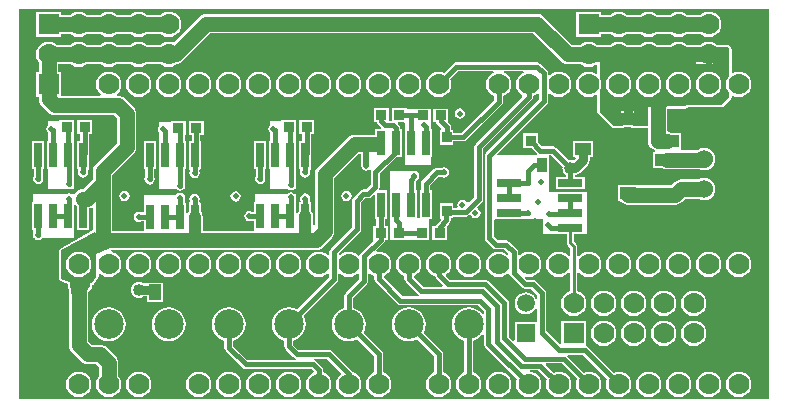
<source format=gtl>
G04 Layer_Physical_Order=1*
G04 Layer_Color=255*
%FSLAX25Y25*%
%MOIN*%
G70*
G01*
G75*
%ADD10R,0.05200X0.03850*%
%ADD11R,0.03600X0.03200*%
%ADD12R,0.02600X0.08000*%
%ADD13R,0.03200X0.03600*%
%ADD14R,0.07874X0.03850*%
%ADD15R,0.08000X0.02600*%
%ADD16R,0.03600X0.03600*%
%ADD17R,0.03600X0.05000*%
%ADD18R,0.03850X0.05200*%
%ADD19C,0.05000*%
%ADD20C,0.03000*%
%ADD21C,0.01500*%
%ADD22C,0.04000*%
%ADD23C,0.01000*%
%ADD24C,0.02000*%
%ADD25R,0.13655X0.01216*%
%ADD26C,0.09842*%
%ADD27R,0.05905X0.05905*%
%ADD28C,0.05905*%
%ADD29C,0.06000*%
%ADD30C,0.07000*%
%ADD31R,0.07000X0.07000*%
%ADD32C,0.02000*%
%ADD33C,0.04000*%
G36*
X240000Y-5000D02*
X-10000D01*
Y125000D01*
X240000D01*
Y-5000D01*
D02*
G37*
%LPC*%
G36*
X30000Y34223D02*
X29295Y34130D01*
X28638Y33858D01*
X28074Y33426D01*
X27642Y32862D01*
X27369Y32205D01*
X27277Y31500D01*
X27369Y30795D01*
X27642Y30138D01*
X28074Y29574D01*
X28638Y29142D01*
X29295Y28870D01*
X30000Y28777D01*
X30705Y28870D01*
X31362Y29142D01*
X31512Y29257D01*
X32675D01*
Y27300D01*
X37925D01*
Y33900D01*
X32675D01*
Y33743D01*
X31512D01*
X31362Y33858D01*
X30705Y34130D01*
X30000Y34223D01*
D02*
G37*
G36*
X215000Y31236D02*
X213904Y31092D01*
X212882Y30669D01*
X212004Y29996D01*
X211331Y29118D01*
X210908Y28096D01*
X210764Y27000D01*
X210908Y25904D01*
X211331Y24882D01*
X212004Y24004D01*
X212882Y23331D01*
X213904Y22908D01*
X215000Y22764D01*
X216096Y22908D01*
X217118Y23331D01*
X217996Y24004D01*
X218669Y24882D01*
X219092Y25904D01*
X219236Y27000D01*
X219092Y28096D01*
X218669Y29118D01*
X217996Y29996D01*
X217118Y30669D01*
X216096Y31092D01*
X215000Y31236D01*
D02*
G37*
G36*
X40000Y44236D02*
X38904Y44092D01*
X37882Y43669D01*
X37005Y42996D01*
X36331Y42118D01*
X35908Y41096D01*
X35764Y40000D01*
X35908Y38904D01*
X36331Y37882D01*
X37005Y37005D01*
X37882Y36331D01*
X38904Y35908D01*
X40000Y35764D01*
X41096Y35908D01*
X42118Y36331D01*
X42996Y37005D01*
X43669Y37882D01*
X44092Y38904D01*
X44236Y40000D01*
X44092Y41096D01*
X43669Y42118D01*
X42996Y42996D01*
X42118Y43669D01*
X41096Y44092D01*
X40000Y44236D01*
D02*
G37*
G36*
X30000D02*
X28904Y44092D01*
X27882Y43669D01*
X27005Y42996D01*
X26331Y42118D01*
X25908Y41096D01*
X25764Y40000D01*
X25908Y38904D01*
X26331Y37882D01*
X27005Y37005D01*
X27882Y36331D01*
X28904Y35908D01*
X30000Y35764D01*
X31096Y35908D01*
X32118Y36331D01*
X32996Y37005D01*
X33669Y37882D01*
X34092Y38904D01*
X34236Y40000D01*
X34092Y41096D01*
X33669Y42118D01*
X32996Y42996D01*
X32118Y43669D01*
X31096Y44092D01*
X30000Y44236D01*
D02*
G37*
G36*
X185000Y31236D02*
X183904Y31092D01*
X182882Y30669D01*
X182004Y29996D01*
X181331Y29118D01*
X180908Y28096D01*
X180764Y27000D01*
X180908Y25904D01*
X181331Y24882D01*
X182004Y24004D01*
X182882Y23331D01*
X183904Y22908D01*
X185000Y22764D01*
X186096Y22908D01*
X187118Y23331D01*
X187996Y24004D01*
X188669Y24882D01*
X189092Y25904D01*
X189236Y27000D01*
X189092Y28096D01*
X188669Y29118D01*
X187996Y29996D01*
X187118Y30669D01*
X186096Y31092D01*
X185000Y31236D01*
D02*
G37*
G36*
X40000Y25670D02*
X38533Y25477D01*
X37165Y24910D01*
X35991Y24009D01*
X35090Y22835D01*
X34523Y21467D01*
X34330Y20000D01*
X34523Y18533D01*
X35090Y17165D01*
X35991Y15991D01*
X37165Y15090D01*
X38533Y14523D01*
X40000Y14330D01*
X41467Y14523D01*
X42835Y15090D01*
X44009Y15991D01*
X44910Y17165D01*
X45477Y18533D01*
X45670Y20000D01*
X45477Y21467D01*
X44910Y22835D01*
X44009Y24009D01*
X42835Y24910D01*
X41467Y25477D01*
X40000Y25670D01*
D02*
G37*
G36*
X205000Y31236D02*
X203904Y31092D01*
X202882Y30669D01*
X202005Y29996D01*
X201331Y29118D01*
X200908Y28096D01*
X200764Y27000D01*
X200908Y25904D01*
X201331Y24882D01*
X202005Y24004D01*
X202882Y23331D01*
X203904Y22908D01*
X205000Y22764D01*
X206096Y22908D01*
X207118Y23331D01*
X207996Y24004D01*
X208669Y24882D01*
X209092Y25904D01*
X209236Y27000D01*
X209092Y28096D01*
X208669Y29118D01*
X207996Y29996D01*
X207118Y30669D01*
X206096Y31092D01*
X205000Y31236D01*
D02*
G37*
G36*
X195000D02*
X193904Y31092D01*
X192882Y30669D01*
X192005Y29996D01*
X191331Y29118D01*
X190908Y28096D01*
X190764Y27000D01*
X190908Y25904D01*
X191331Y24882D01*
X192005Y24004D01*
X192882Y23331D01*
X193904Y22908D01*
X195000Y22764D01*
X196096Y22908D01*
X197118Y23331D01*
X197995Y24004D01*
X198669Y24882D01*
X199092Y25904D01*
X199236Y27000D01*
X199092Y28096D01*
X198669Y29118D01*
X197995Y29996D01*
X197118Y30669D01*
X196096Y31092D01*
X195000Y31236D01*
D02*
G37*
G36*
X50000Y44236D02*
X48904Y44092D01*
X47882Y43669D01*
X47005Y42996D01*
X46331Y42118D01*
X45908Y41096D01*
X45764Y40000D01*
X45908Y38904D01*
X46331Y37882D01*
X47005Y37005D01*
X47882Y36331D01*
X48904Y35908D01*
X50000Y35764D01*
X51096Y35908D01*
X52118Y36331D01*
X52996Y37005D01*
X53669Y37882D01*
X54092Y38904D01*
X54236Y40000D01*
X54092Y41096D01*
X53669Y42118D01*
X52996Y42996D01*
X52118Y43669D01*
X51096Y44092D01*
X50000Y44236D01*
D02*
G37*
G36*
X200000D02*
X198904Y44092D01*
X197882Y43669D01*
X197004Y42996D01*
X196331Y42118D01*
X195908Y41096D01*
X195764Y40000D01*
X195908Y38904D01*
X196331Y37882D01*
X197004Y37005D01*
X197882Y36331D01*
X198904Y35908D01*
X200000Y35764D01*
X201096Y35908D01*
X202118Y36331D01*
X202995Y37005D01*
X203669Y37882D01*
X204092Y38904D01*
X204236Y40000D01*
X204092Y41096D01*
X203669Y42118D01*
X202995Y42996D01*
X202118Y43669D01*
X201096Y44092D01*
X200000Y44236D01*
D02*
G37*
G36*
X190000D02*
X188904Y44092D01*
X187882Y43669D01*
X187004Y42996D01*
X186331Y42118D01*
X185908Y41096D01*
X185764Y40000D01*
X185908Y38904D01*
X186331Y37882D01*
X187004Y37005D01*
X187882Y36331D01*
X188904Y35908D01*
X190000Y35764D01*
X191096Y35908D01*
X192118Y36331D01*
X192996Y37005D01*
X193669Y37882D01*
X194092Y38904D01*
X194236Y40000D01*
X194092Y41096D01*
X193669Y42118D01*
X192996Y42996D01*
X192118Y43669D01*
X191096Y44092D01*
X190000Y44236D01*
D02*
G37*
G36*
X220000D02*
X218904Y44092D01*
X217882Y43669D01*
X217004Y42996D01*
X216331Y42118D01*
X215908Y41096D01*
X215764Y40000D01*
X215908Y38904D01*
X216331Y37882D01*
X217004Y37005D01*
X217882Y36331D01*
X218904Y35908D01*
X220000Y35764D01*
X221096Y35908D01*
X222118Y36331D01*
X222995Y37005D01*
X223669Y37882D01*
X224092Y38904D01*
X224236Y40000D01*
X224092Y41096D01*
X223669Y42118D01*
X222995Y42996D01*
X222118Y43669D01*
X221096Y44092D01*
X220000Y44236D01*
D02*
G37*
G36*
X210000D02*
X208904Y44092D01*
X207882Y43669D01*
X207004Y42996D01*
X206331Y42118D01*
X205908Y41096D01*
X205764Y40000D01*
X205908Y38904D01*
X206331Y37882D01*
X207004Y37005D01*
X207882Y36331D01*
X208904Y35908D01*
X210000Y35764D01*
X211096Y35908D01*
X212118Y36331D01*
X212996Y37005D01*
X213669Y37882D01*
X214092Y38904D01*
X214236Y40000D01*
X214092Y41096D01*
X213669Y42118D01*
X212996Y42996D01*
X212118Y43669D01*
X211096Y44092D01*
X210000Y44236D01*
D02*
G37*
G36*
X70000D02*
X68904Y44092D01*
X67882Y43669D01*
X67005Y42996D01*
X66331Y42118D01*
X65908Y41096D01*
X65764Y40000D01*
X65908Y38904D01*
X66331Y37882D01*
X67005Y37005D01*
X67882Y36331D01*
X68904Y35908D01*
X70000Y35764D01*
X71096Y35908D01*
X72118Y36331D01*
X72996Y37005D01*
X73669Y37882D01*
X74092Y38904D01*
X74236Y40000D01*
X74092Y41096D01*
X73669Y42118D01*
X72996Y42996D01*
X72118Y43669D01*
X71096Y44092D01*
X70000Y44236D01*
D02*
G37*
G36*
X60000D02*
X58904Y44092D01*
X57882Y43669D01*
X57004Y42996D01*
X56331Y42118D01*
X55908Y41096D01*
X55764Y40000D01*
X55908Y38904D01*
X56331Y37882D01*
X57004Y37005D01*
X57882Y36331D01*
X58904Y35908D01*
X60000Y35764D01*
X61096Y35908D01*
X62118Y36331D01*
X62995Y37005D01*
X63669Y37882D01*
X64092Y38904D01*
X64236Y40000D01*
X64092Y41096D01*
X63669Y42118D01*
X62995Y42996D01*
X62118Y43669D01*
X61096Y44092D01*
X60000Y44236D01*
D02*
G37*
G36*
X140000D02*
X138904Y44092D01*
X137882Y43669D01*
X137004Y42996D01*
X136331Y42118D01*
X135908Y41096D01*
X135764Y40000D01*
X135908Y38904D01*
X136331Y37882D01*
X137004Y37005D01*
X137882Y36331D01*
X138904Y35908D01*
X140000Y35764D01*
X141096Y35908D01*
X142118Y36331D01*
X142996Y37005D01*
X143669Y37882D01*
X144092Y38904D01*
X144236Y40000D01*
X144092Y41096D01*
X143669Y42118D01*
X142996Y42996D01*
X142118Y43669D01*
X141096Y44092D01*
X140000Y44236D01*
D02*
G37*
G36*
X80000D02*
X78904Y44092D01*
X77882Y43669D01*
X77004Y42996D01*
X76331Y42118D01*
X75908Y41096D01*
X75764Y40000D01*
X75908Y38904D01*
X76331Y37882D01*
X77004Y37005D01*
X77882Y36331D01*
X78904Y35908D01*
X80000Y35764D01*
X81096Y35908D01*
X82118Y36331D01*
X82995Y37005D01*
X83669Y37882D01*
X84092Y38904D01*
X84236Y40000D01*
X84092Y41096D01*
X83669Y42118D01*
X82995Y42996D01*
X82118Y43669D01*
X81096Y44092D01*
X80000Y44236D01*
D02*
G37*
G36*
Y4236D02*
X78904Y4092D01*
X77882Y3669D01*
X77004Y2995D01*
X76331Y2118D01*
X75908Y1096D01*
X75764Y0D01*
X75908Y-1096D01*
X76331Y-2118D01*
X77004Y-2995D01*
X77882Y-3669D01*
X78904Y-4092D01*
X80000Y-4236D01*
X81096Y-4092D01*
X82118Y-3669D01*
X82995Y-2995D01*
X83669Y-2118D01*
X84092Y-1096D01*
X84236Y0D01*
X84092Y1096D01*
X83669Y2118D01*
X82995Y2995D01*
X82118Y3669D01*
X81096Y4092D01*
X80000Y4236D01*
D02*
G37*
G36*
X70000D02*
X68904Y4092D01*
X67882Y3669D01*
X67005Y2995D01*
X66331Y2118D01*
X65908Y1096D01*
X65764Y0D01*
X65908Y-1096D01*
X66331Y-2118D01*
X67005Y-2995D01*
X67882Y-3669D01*
X68904Y-4092D01*
X70000Y-4236D01*
X71096Y-4092D01*
X72118Y-3669D01*
X72996Y-2995D01*
X73669Y-2118D01*
X74092Y-1096D01*
X74236Y0D01*
X74092Y1096D01*
X73669Y2118D01*
X72996Y2995D01*
X72118Y3669D01*
X71096Y4092D01*
X70000Y4236D01*
D02*
G37*
G36*
X150000D02*
X148904Y4092D01*
X147882Y3669D01*
X147004Y2995D01*
X146331Y2118D01*
X145908Y1096D01*
X145764Y0D01*
X145908Y-1096D01*
X146331Y-2118D01*
X147004Y-2995D01*
X147882Y-3669D01*
X148904Y-4092D01*
X150000Y-4236D01*
X151096Y-4092D01*
X152118Y-3669D01*
X152996Y-2995D01*
X153669Y-2118D01*
X154092Y-1096D01*
X154236Y0D01*
X154092Y1096D01*
X153669Y2118D01*
X152996Y2995D01*
X152118Y3669D01*
X151096Y4092D01*
X150000Y4236D01*
D02*
G37*
G36*
X120000Y25670D02*
X118533Y25477D01*
X117165Y24910D01*
X115991Y24009D01*
X115090Y22835D01*
X114523Y21467D01*
X114330Y20000D01*
X114523Y18533D01*
X115090Y17165D01*
X115991Y15991D01*
X117165Y15090D01*
X118533Y14523D01*
X120000Y14330D01*
X121467Y14523D01*
X122824Y15085D01*
X128522Y9388D01*
Y3934D01*
X127882Y3669D01*
X127005Y2995D01*
X126331Y2118D01*
X125908Y1096D01*
X125764Y0D01*
X125908Y-1096D01*
X126331Y-2118D01*
X127005Y-2995D01*
X127882Y-3669D01*
X128904Y-4092D01*
X130000Y-4236D01*
X131096Y-4092D01*
X132118Y-3669D01*
X132995Y-2995D01*
X133669Y-2118D01*
X134092Y-1096D01*
X134236Y0D01*
X134092Y1096D01*
X133669Y2118D01*
X132995Y2995D01*
X132118Y3669D01*
X131478Y3934D01*
Y10000D01*
X131366Y10566D01*
X131045Y11045D01*
X124915Y17176D01*
X125477Y18533D01*
X125670Y20000D01*
X125477Y21467D01*
X124910Y22835D01*
X124009Y24009D01*
X122835Y24910D01*
X121467Y25477D01*
X120000Y25670D01*
D02*
G37*
G36*
X30000Y4236D02*
X28904Y4092D01*
X27882Y3669D01*
X27005Y2995D01*
X26331Y2118D01*
X25908Y1096D01*
X25764Y0D01*
X25908Y-1096D01*
X26331Y-2118D01*
X27005Y-2995D01*
X27882Y-3669D01*
X28904Y-4092D01*
X30000Y-4236D01*
X31096Y-4092D01*
X32118Y-3669D01*
X32996Y-2995D01*
X33669Y-2118D01*
X34092Y-1096D01*
X34236Y0D01*
X34092Y1096D01*
X33669Y2118D01*
X32996Y2995D01*
X32118Y3669D01*
X31096Y4092D01*
X30000Y4236D01*
D02*
G37*
G36*
X10000D02*
X8904Y4092D01*
X7882Y3669D01*
X7005Y2995D01*
X6331Y2118D01*
X5908Y1096D01*
X5764Y0D01*
X5908Y-1096D01*
X6331Y-2118D01*
X7005Y-2995D01*
X7882Y-3669D01*
X8904Y-4092D01*
X10000Y-4236D01*
X11096Y-4092D01*
X12118Y-3669D01*
X12995Y-2995D01*
X13669Y-2118D01*
X14092Y-1096D01*
X14236Y0D01*
X14092Y1096D01*
X13669Y2118D01*
X12995Y2995D01*
X12118Y3669D01*
X11096Y4092D01*
X10000Y4236D01*
D02*
G37*
G36*
X60000D02*
X58904Y4092D01*
X57882Y3669D01*
X57004Y2995D01*
X56331Y2118D01*
X55908Y1096D01*
X55764Y0D01*
X55908Y-1096D01*
X56331Y-2118D01*
X57004Y-2995D01*
X57882Y-3669D01*
X58904Y-4092D01*
X60000Y-4236D01*
X61096Y-4092D01*
X62118Y-3669D01*
X62995Y-2995D01*
X63669Y-2118D01*
X64092Y-1096D01*
X64236Y0D01*
X64092Y1096D01*
X63669Y2118D01*
X62995Y2995D01*
X62118Y3669D01*
X61096Y4092D01*
X60000Y4236D01*
D02*
G37*
G36*
X50000D02*
X48904Y4092D01*
X47882Y3669D01*
X47005Y2995D01*
X46331Y2118D01*
X45908Y1096D01*
X45764Y0D01*
X45908Y-1096D01*
X46331Y-2118D01*
X47005Y-2995D01*
X47882Y-3669D01*
X48904Y-4092D01*
X50000Y-4236D01*
X51096Y-4092D01*
X52118Y-3669D01*
X52996Y-2995D01*
X53669Y-2118D01*
X54092Y-1096D01*
X54236Y0D01*
X54092Y1096D01*
X53669Y2118D01*
X52996Y2995D01*
X52118Y3669D01*
X51096Y4092D01*
X50000Y4236D01*
D02*
G37*
G36*
X200000D02*
X198904Y4092D01*
X197882Y3669D01*
X197004Y2995D01*
X196331Y2118D01*
X195908Y1096D01*
X195764Y0D01*
X195908Y-1096D01*
X196331Y-2118D01*
X197004Y-2995D01*
X197882Y-3669D01*
X198904Y-4092D01*
X200000Y-4236D01*
X201096Y-4092D01*
X202118Y-3669D01*
X202995Y-2995D01*
X203669Y-2118D01*
X204092Y-1096D01*
X204236Y0D01*
X204092Y1096D01*
X203669Y2118D01*
X202995Y2995D01*
X202118Y3669D01*
X201096Y4092D01*
X200000Y4236D01*
D02*
G37*
G36*
X205000Y21236D02*
X203904Y21092D01*
X202882Y20669D01*
X202005Y19996D01*
X201331Y19118D01*
X200908Y18096D01*
X200764Y17000D01*
X200908Y15904D01*
X201331Y14882D01*
X202005Y14005D01*
X202882Y13331D01*
X203904Y12908D01*
X205000Y12764D01*
X206096Y12908D01*
X207118Y13331D01*
X207996Y14005D01*
X208669Y14882D01*
X209092Y15904D01*
X209236Y17000D01*
X209092Y18096D01*
X208669Y19118D01*
X207996Y19996D01*
X207118Y20669D01*
X206096Y21092D01*
X205000Y21236D01*
D02*
G37*
G36*
X195000D02*
X193904Y21092D01*
X192882Y20669D01*
X192005Y19996D01*
X191331Y19118D01*
X190908Y18096D01*
X190764Y17000D01*
X190908Y15904D01*
X191331Y14882D01*
X192005Y14005D01*
X192882Y13331D01*
X193904Y12908D01*
X195000Y12764D01*
X196096Y12908D01*
X197118Y13331D01*
X197995Y14005D01*
X198669Y14882D01*
X199092Y15904D01*
X199236Y17000D01*
X199092Y18096D01*
X198669Y19118D01*
X197995Y19996D01*
X197118Y20669D01*
X196096Y21092D01*
X195000Y21236D01*
D02*
G37*
G36*
X20000Y25670D02*
X18533Y25477D01*
X17165Y24910D01*
X15991Y24009D01*
X15090Y22835D01*
X14523Y21467D01*
X14330Y20000D01*
X14523Y18533D01*
X15090Y17165D01*
X15991Y15991D01*
X17165Y15090D01*
X18533Y14523D01*
X20000Y14330D01*
X21467Y14523D01*
X22835Y15090D01*
X24009Y15991D01*
X24910Y17165D01*
X25477Y18533D01*
X25670Y20000D01*
X25477Y21467D01*
X24910Y22835D01*
X24009Y24009D01*
X22835Y24910D01*
X21467Y25477D01*
X20000Y25670D01*
D02*
G37*
G36*
X215000Y21236D02*
X213904Y21092D01*
X212882Y20669D01*
X212004Y19996D01*
X211331Y19118D01*
X210908Y18096D01*
X210764Y17000D01*
X210908Y15904D01*
X211331Y14882D01*
X212004Y14005D01*
X212882Y13331D01*
X213904Y12908D01*
X215000Y12764D01*
X216096Y12908D01*
X217118Y13331D01*
X217996Y14005D01*
X218669Y14882D01*
X219092Y15904D01*
X219236Y17000D01*
X219092Y18096D01*
X218669Y19118D01*
X217996Y19996D01*
X217118Y20669D01*
X216096Y21092D01*
X215000Y21236D01*
D02*
G37*
G36*
X220000Y4236D02*
X218904Y4092D01*
X217882Y3669D01*
X217004Y2995D01*
X216331Y2118D01*
X215908Y1096D01*
X215764Y0D01*
X215908Y-1096D01*
X216331Y-2118D01*
X217004Y-2995D01*
X217882Y-3669D01*
X218904Y-4092D01*
X220000Y-4236D01*
X221096Y-4092D01*
X222118Y-3669D01*
X222995Y-2995D01*
X223669Y-2118D01*
X224092Y-1096D01*
X224236Y0D01*
X224092Y1096D01*
X223669Y2118D01*
X222995Y2995D01*
X222118Y3669D01*
X221096Y4092D01*
X220000Y4236D01*
D02*
G37*
G36*
X210000D02*
X208904Y4092D01*
X207882Y3669D01*
X207004Y2995D01*
X206331Y2118D01*
X205908Y1096D01*
X205764Y0D01*
X205908Y-1096D01*
X206331Y-2118D01*
X207004Y-2995D01*
X207882Y-3669D01*
X208904Y-4092D01*
X210000Y-4236D01*
X211096Y-4092D01*
X212118Y-3669D01*
X212996Y-2995D01*
X213669Y-2118D01*
X214092Y-1096D01*
X214236Y0D01*
X214092Y1096D01*
X213669Y2118D01*
X212996Y2995D01*
X212118Y3669D01*
X211096Y4092D01*
X210000Y4236D01*
D02*
G37*
G36*
X185000Y21236D02*
X183904Y21092D01*
X182882Y20669D01*
X182004Y19996D01*
X181331Y19118D01*
X180908Y18096D01*
X180764Y17000D01*
X180908Y15904D01*
X181331Y14882D01*
X182004Y14005D01*
X182882Y13331D01*
X183904Y12908D01*
X185000Y12764D01*
X186096Y12908D01*
X187118Y13331D01*
X187996Y14005D01*
X188669Y14882D01*
X189092Y15904D01*
X189236Y17000D01*
X189092Y18096D01*
X188669Y19118D01*
X187996Y19996D01*
X187118Y20669D01*
X186096Y21092D01*
X185000Y21236D01*
D02*
G37*
G36*
X230000Y4236D02*
X228904Y4092D01*
X227882Y3669D01*
X227005Y2995D01*
X226331Y2118D01*
X225908Y1096D01*
X225764Y0D01*
X225908Y-1096D01*
X226331Y-2118D01*
X227005Y-2995D01*
X227882Y-3669D01*
X228904Y-4092D01*
X230000Y-4236D01*
X231096Y-4092D01*
X232118Y-3669D01*
X232996Y-2995D01*
X233669Y-2118D01*
X234092Y-1096D01*
X234236Y0D01*
X234092Y1096D01*
X233669Y2118D01*
X232996Y2995D01*
X232118Y3669D01*
X231096Y4092D01*
X230000Y4236D01*
D02*
G37*
G36*
X50000Y104236D02*
X48904Y104092D01*
X47882Y103669D01*
X47005Y102996D01*
X46331Y102118D01*
X45908Y101096D01*
X45764Y100000D01*
X45908Y98904D01*
X46331Y97882D01*
X47005Y97004D01*
X47882Y96331D01*
X48904Y95908D01*
X50000Y95764D01*
X51096Y95908D01*
X52118Y96331D01*
X52996Y97004D01*
X53669Y97882D01*
X54092Y98904D01*
X54236Y100000D01*
X54092Y101096D01*
X53669Y102118D01*
X52996Y102996D01*
X52118Y103669D01*
X51096Y104092D01*
X50000Y104236D01*
D02*
G37*
G36*
X40000D02*
X38904Y104092D01*
X37882Y103669D01*
X37005Y102996D01*
X36331Y102118D01*
X35908Y101096D01*
X35764Y100000D01*
X35908Y98904D01*
X36331Y97882D01*
X37005Y97004D01*
X37882Y96331D01*
X38904Y95908D01*
X40000Y95764D01*
X41096Y95908D01*
X42118Y96331D01*
X42996Y97004D01*
X43669Y97882D01*
X44092Y98904D01*
X44236Y100000D01*
X44092Y101096D01*
X43669Y102118D01*
X42996Y102996D01*
X42118Y103669D01*
X41096Y104092D01*
X40000Y104236D01*
D02*
G37*
G36*
X70000D02*
X68904Y104092D01*
X67882Y103669D01*
X67005Y102996D01*
X66331Y102118D01*
X65908Y101096D01*
X65764Y100000D01*
X65908Y98904D01*
X66331Y97882D01*
X67005Y97004D01*
X67882Y96331D01*
X68904Y95908D01*
X70000Y95764D01*
X71096Y95908D01*
X72118Y96331D01*
X72996Y97004D01*
X73669Y97882D01*
X74092Y98904D01*
X74236Y100000D01*
X74092Y101096D01*
X73669Y102118D01*
X72996Y102996D01*
X72118Y103669D01*
X71096Y104092D01*
X70000Y104236D01*
D02*
G37*
G36*
X60000D02*
X58904Y104092D01*
X57882Y103669D01*
X57004Y102996D01*
X56331Y102118D01*
X55908Y101096D01*
X55764Y100000D01*
X55908Y98904D01*
X56331Y97882D01*
X57004Y97004D01*
X57882Y96331D01*
X58904Y95908D01*
X60000Y95764D01*
X61096Y95908D01*
X62118Y96331D01*
X62995Y97004D01*
X63669Y97882D01*
X64092Y98904D01*
X64236Y100000D01*
X64092Y101096D01*
X63669Y102118D01*
X62995Y102996D01*
X62118Y103669D01*
X61096Y104092D01*
X60000Y104236D01*
D02*
G37*
G36*
X88500Y88000D02*
X83500D01*
Y83400D01*
X84522D01*
Y81200D01*
X83500D01*
Y71800D01*
X83718D01*
X83923Y71300D01*
X83899Y71263D01*
X83767Y70600D01*
X83899Y69937D01*
X84274Y69374D01*
X84837Y68999D01*
X85500Y68867D01*
X86163Y68999D01*
X86726Y69374D01*
X87101Y69937D01*
X87233Y70600D01*
X87101Y71263D01*
X87077Y71300D01*
X87282Y71800D01*
X87500D01*
Y81200D01*
X87478D01*
Y83400D01*
X88500D01*
Y88000D01*
D02*
G37*
G36*
X14500D02*
X9500D01*
Y83400D01*
X10522D01*
Y81200D01*
X9500D01*
Y71800D01*
X9718D01*
X9923Y71300D01*
X9899Y71263D01*
X9767Y70600D01*
X9899Y69937D01*
X10274Y69374D01*
X10837Y68999D01*
X11500Y68867D01*
X12163Y68999D01*
X12726Y69374D01*
X13101Y69937D01*
X13233Y70600D01*
X13101Y71263D01*
X13077Y71300D01*
X13282Y71800D01*
X13500D01*
Y81200D01*
X13478D01*
Y83400D01*
X14500D01*
Y88000D01*
D02*
G37*
G36*
X30000Y104236D02*
X28904Y104092D01*
X27882Y103669D01*
X27005Y102996D01*
X26331Y102118D01*
X25908Y101096D01*
X25764Y100000D01*
X25908Y98904D01*
X26331Y97882D01*
X27005Y97004D01*
X27882Y96331D01*
X28904Y95908D01*
X30000Y95764D01*
X31096Y95908D01*
X32118Y96331D01*
X32996Y97004D01*
X33669Y97882D01*
X34092Y98904D01*
X34236Y100000D01*
X34092Y101096D01*
X33669Y102118D01*
X32996Y102996D01*
X32118Y103669D01*
X31096Y104092D01*
X30000Y104236D01*
D02*
G37*
G36*
X137000Y91933D02*
X136337Y91801D01*
X135774Y91426D01*
X135399Y90863D01*
X135267Y90200D01*
X135399Y89537D01*
X135774Y88974D01*
X136337Y88599D01*
X137000Y88467D01*
X137663Y88599D01*
X138226Y88974D01*
X138601Y89537D01*
X138733Y90200D01*
X138601Y90863D01*
X138226Y91426D01*
X137663Y91801D01*
X137000Y91933D01*
D02*
G37*
G36*
X162900Y123428D02*
X52500D01*
X51665Y123318D01*
X50886Y122995D01*
X50218Y122482D01*
X41613Y113878D01*
X41096Y114092D01*
X40000Y114236D01*
X38904Y114092D01*
X37882Y113669D01*
X37307Y113228D01*
X32693D01*
X32118Y113669D01*
X31096Y114092D01*
X30000Y114236D01*
X28904Y114092D01*
X27882Y113669D01*
X27307Y113228D01*
X22693D01*
X22118Y113669D01*
X21096Y114092D01*
X20000Y114236D01*
X18904Y114092D01*
X17882Y113669D01*
X17307Y113228D01*
X12693D01*
X12118Y113669D01*
X11096Y114092D01*
X10000Y114236D01*
X8904Y114092D01*
X7882Y113669D01*
X7307Y113228D01*
X2693D01*
X2118Y113669D01*
X1096Y114092D01*
X0Y114236D01*
X-1096Y114092D01*
X-2118Y113669D01*
X-2995Y112996D01*
X-3669Y112118D01*
X-4092Y111096D01*
X-4236Y110000D01*
X-4092Y108904D01*
X-3669Y107882D01*
X-3228Y107307D01*
Y104200D01*
X-4200D01*
Y95800D01*
X-3228D01*
Y95000D01*
X-3118Y94165D01*
X-2795Y93386D01*
X-2282Y92718D01*
X-282Y90718D01*
X386Y90205D01*
X1165Y89882D01*
X2000Y89772D01*
X21663D01*
X22772Y88663D01*
Y80337D01*
X15718Y73282D01*
X15205Y72614D01*
X14882Y71835D01*
X14772Y71000D01*
Y68337D01*
X11563Y65128D01*
X11500D01*
X10665Y65018D01*
X9886Y64695D01*
X9218Y64182D01*
X8806Y63645D01*
X8407Y63400D01*
X7415D01*
X7263Y63501D01*
X6600Y63633D01*
X5937Y63501D01*
X5785Y63400D01*
X-5300Y63400D01*
Y60700D01*
X-5500D01*
Y51300D01*
X-5300D01*
Y48600D01*
X-4743D01*
X-4726Y48574D01*
X-4163Y48199D01*
X-3500Y48067D01*
X-2837Y48199D01*
X-2274Y48574D01*
X-2257Y48600D01*
X8393Y48600D01*
X8396Y51300D01*
X8500D01*
Y59732D01*
X9000Y59901D01*
X9218Y59618D01*
X9500Y59401D01*
Y51300D01*
X13500D01*
Y58751D01*
X13735Y58782D01*
X14272Y59005D01*
X14772Y58710D01*
Y51366D01*
X3850Y45222D01*
X3776Y45159D01*
X3695Y45105D01*
X3671Y45069D01*
X3639Y45041D01*
X3595Y44954D01*
X3541Y44873D01*
X3532Y44831D01*
X3513Y44792D01*
X3505Y44695D01*
X3486Y44600D01*
Y35137D01*
X3491Y35116D01*
X3488Y35094D01*
X3517Y34980D01*
X3541Y34864D01*
X3553Y34846D01*
X3558Y34825D01*
X3630Y34730D01*
X3695Y34632D01*
X3713Y34620D01*
X3726Y34603D01*
X3829Y34543D01*
X3927Y34477D01*
X3948Y34473D01*
X3967Y34462D01*
X6523Y33579D01*
X6772Y30259D01*
Y13000D01*
X6882Y12165D01*
X7205Y11386D01*
X7718Y10718D01*
X10718Y7718D01*
X11386Y7205D01*
X12165Y6882D01*
X13000Y6772D01*
X15663D01*
X16772Y5663D01*
Y2693D01*
X16331Y2118D01*
X15908Y1096D01*
X15764Y0D01*
X15908Y-1096D01*
X16331Y-2118D01*
X17005Y-2995D01*
X17882Y-3669D01*
X18904Y-4092D01*
X20000Y-4236D01*
X21096Y-4092D01*
X22118Y-3669D01*
X22996Y-2995D01*
X23669Y-2118D01*
X24092Y-1096D01*
X24236Y0D01*
X24092Y1096D01*
X23669Y2118D01*
X23228Y2693D01*
Y7000D01*
X23118Y7835D01*
X22795Y8614D01*
X22282Y9282D01*
X19282Y12282D01*
X18614Y12795D01*
X17835Y13118D01*
X17000Y13228D01*
X14337D01*
X13228Y14337D01*
Y30643D01*
X14267Y32184D01*
X14295Y32250D01*
X14334Y32310D01*
X14348Y32377D01*
X14374Y32440D01*
X14375Y32512D01*
X14389Y32583D01*
Y32672D01*
X14632Y33099D01*
X14699Y33127D01*
X14769Y33141D01*
X14827Y33179D01*
X14890Y33205D01*
X14941Y33255D01*
X15001Y33295D01*
X15039Y33352D01*
X15088Y33401D01*
X16505Y35501D01*
X16533Y35567D01*
X16572Y35627D01*
X16586Y35694D01*
X16612Y35758D01*
X16613Y35829D01*
X16627Y35900D01*
Y36735D01*
X17127Y36911D01*
X17882Y36331D01*
X18904Y35908D01*
X20000Y35764D01*
X21096Y35908D01*
X22118Y36331D01*
X22996Y37005D01*
X23669Y37882D01*
X24092Y38904D01*
X24236Y40000D01*
X24092Y41096D01*
X23669Y42118D01*
X22996Y42996D01*
X22118Y43669D01*
X21096Y44092D01*
X20980Y44107D01*
X20795Y44636D01*
X20926Y44772D01*
X89000D01*
X89835Y44882D01*
X90614Y45205D01*
X91282Y45718D01*
X94282Y48718D01*
X94795Y49386D01*
X95118Y50165D01*
X95228Y51000D01*
Y68663D01*
X103337Y76772D01*
X104167D01*
Y72900D01*
X104299Y72237D01*
X104674Y71674D01*
X105237Y71299D01*
X105900Y71167D01*
X106563Y71299D01*
X107126Y71674D01*
X107506Y71373D01*
X107434Y71266D01*
X107322Y70700D01*
Y66512D01*
X105788Y64978D01*
X104900D01*
X104334Y64866D01*
X103855Y64545D01*
X101555Y62245D01*
X101234Y61766D01*
X101122Y61200D01*
Y52312D01*
X93955Y45145D01*
X93634Y44666D01*
X93522Y44100D01*
Y43088D01*
X93048Y42927D01*
X92996Y42996D01*
X92118Y43669D01*
X91096Y44092D01*
X90000Y44236D01*
X88904Y44092D01*
X87882Y43669D01*
X87005Y42996D01*
X86331Y42118D01*
X85908Y41096D01*
X85764Y40000D01*
X85908Y38904D01*
X86331Y37882D01*
X87005Y37005D01*
X87882Y36331D01*
X88904Y35908D01*
X90000Y35764D01*
X91096Y35908D01*
X92118Y36331D01*
X92996Y37005D01*
X93048Y37073D01*
X93522Y36912D01*
Y35612D01*
X82824Y24915D01*
X81467Y25477D01*
X80000Y25670D01*
X78533Y25477D01*
X77165Y24910D01*
X75991Y24009D01*
X75090Y22835D01*
X74523Y21467D01*
X74330Y20000D01*
X74523Y18533D01*
X75090Y17165D01*
X75991Y15991D01*
X77165Y15090D01*
X78522Y14528D01*
Y12600D01*
X78634Y12034D01*
X78955Y11555D01*
X81555Y8955D01*
X82034Y8634D01*
X82314Y8578D01*
X82265Y8078D01*
X66212D01*
X61478Y12812D01*
Y14528D01*
X62835Y15090D01*
X64009Y15991D01*
X64910Y17165D01*
X65477Y18533D01*
X65670Y20000D01*
X65477Y21467D01*
X64910Y22835D01*
X64009Y24009D01*
X62835Y24910D01*
X61467Y25477D01*
X60000Y25670D01*
X58533Y25477D01*
X57165Y24910D01*
X55991Y24009D01*
X55090Y22835D01*
X54523Y21467D01*
X54330Y20000D01*
X54523Y18533D01*
X55090Y17165D01*
X55991Y15991D01*
X57165Y15090D01*
X58522Y14528D01*
Y12200D01*
X58634Y11634D01*
X58955Y11155D01*
X64555Y5555D01*
X65034Y5234D01*
X65600Y5122D01*
X87488D01*
X88248Y4361D01*
X88130Y3772D01*
X87882Y3669D01*
X87005Y2995D01*
X86331Y2118D01*
X85908Y1096D01*
X85764Y0D01*
X85908Y-1096D01*
X86331Y-2118D01*
X87005Y-2995D01*
X87882Y-3669D01*
X88904Y-4092D01*
X90000Y-4236D01*
X91096Y-4092D01*
X92118Y-3669D01*
X92996Y-2995D01*
X93669Y-2118D01*
X94092Y-1096D01*
X94236Y0D01*
X94092Y1096D01*
X93669Y2118D01*
X92996Y2995D01*
X92118Y3669D01*
X91478Y3934D01*
Y4700D01*
X91366Y5266D01*
X91045Y5745D01*
X89145Y7645D01*
X88666Y7966D01*
X88386Y8022D01*
X88435Y8522D01*
X92788D01*
X97477Y3832D01*
X97444Y3333D01*
X97004Y2995D01*
X96331Y2118D01*
X95908Y1096D01*
X95764Y0D01*
X95908Y-1096D01*
X96331Y-2118D01*
X97004Y-2995D01*
X97882Y-3669D01*
X98904Y-4092D01*
X100000Y-4236D01*
X101096Y-4092D01*
X102118Y-3669D01*
X102996Y-2995D01*
X103669Y-2118D01*
X104092Y-1096D01*
X104236Y0D01*
X104092Y1096D01*
X103669Y2118D01*
X102996Y2995D01*
X102118Y3669D01*
X101352Y3986D01*
X101045Y4445D01*
X94445Y11045D01*
X93966Y11366D01*
X93400Y11478D01*
X83212D01*
X81478Y13212D01*
Y14528D01*
X82835Y15090D01*
X84009Y15991D01*
X84910Y17165D01*
X85477Y18533D01*
X85670Y20000D01*
X85477Y21467D01*
X84915Y22824D01*
X96045Y33955D01*
X96366Y34434D01*
X96478Y35000D01*
Y36912D01*
X96952Y37073D01*
X97004Y37005D01*
X97882Y36331D01*
X98904Y35908D01*
X100000Y35764D01*
X101096Y35908D01*
X102118Y36331D01*
X102996Y37005D01*
X103048Y37073D01*
X103522Y36912D01*
Y35112D01*
X98955Y30545D01*
X98634Y30066D01*
X98522Y29500D01*
Y25472D01*
X97165Y24910D01*
X95991Y24009D01*
X95090Y22835D01*
X94523Y21467D01*
X94330Y20000D01*
X94523Y18533D01*
X95090Y17165D01*
X95991Y15991D01*
X97165Y15090D01*
X98533Y14523D01*
X100000Y14330D01*
X101467Y14523D01*
X102824Y15085D01*
X108522Y9388D01*
Y3934D01*
X107882Y3669D01*
X107004Y2995D01*
X106331Y2118D01*
X105908Y1096D01*
X105764Y0D01*
X105908Y-1096D01*
X106331Y-2118D01*
X107004Y-2995D01*
X107882Y-3669D01*
X108904Y-4092D01*
X110000Y-4236D01*
X111096Y-4092D01*
X112118Y-3669D01*
X112996Y-2995D01*
X113669Y-2118D01*
X114092Y-1096D01*
X114236Y0D01*
X114092Y1096D01*
X113669Y2118D01*
X112996Y2995D01*
X112118Y3669D01*
X111478Y3934D01*
Y10000D01*
X111366Y10566D01*
X111045Y11045D01*
X104915Y17176D01*
X105477Y18533D01*
X105670Y20000D01*
X105477Y21467D01*
X104910Y22835D01*
X104009Y24009D01*
X102835Y24910D01*
X101478Y25472D01*
Y28888D01*
X106045Y33455D01*
X106366Y33934D01*
X106478Y34500D01*
Y36912D01*
X106952Y37073D01*
X107004Y37005D01*
X107882Y36331D01*
X108522Y36066D01*
Y35100D01*
X108634Y34534D01*
X108955Y34055D01*
X116155Y26855D01*
X116634Y26534D01*
X117200Y26422D01*
X143088D01*
X145022Y24488D01*
Y23511D01*
X144522Y23341D01*
X144009Y24009D01*
X142835Y24910D01*
X141467Y25477D01*
X140000Y25670D01*
X138533Y25477D01*
X137165Y24910D01*
X135991Y24009D01*
X135090Y22835D01*
X134523Y21467D01*
X134330Y20000D01*
X134523Y18533D01*
X135090Y17165D01*
X135991Y15991D01*
X137165Y15090D01*
X138522Y14528D01*
Y3934D01*
X137882Y3669D01*
X137004Y2995D01*
X136331Y2118D01*
X135908Y1096D01*
X135764Y0D01*
X135908Y-1096D01*
X136331Y-2118D01*
X137004Y-2995D01*
X137882Y-3669D01*
X138904Y-4092D01*
X140000Y-4236D01*
X141096Y-4092D01*
X142118Y-3669D01*
X142996Y-2995D01*
X143669Y-2118D01*
X144092Y-1096D01*
X144236Y0D01*
X144092Y1096D01*
X143669Y2118D01*
X142996Y2995D01*
X142118Y3669D01*
X141478Y3934D01*
Y14528D01*
X142835Y15090D01*
X144009Y15991D01*
X144522Y16659D01*
X145022Y16489D01*
Y13500D01*
X145134Y12934D01*
X145455Y12455D01*
X156173Y1736D01*
X155908Y1096D01*
X155764Y0D01*
X155908Y-1096D01*
X156331Y-2118D01*
X157004Y-2995D01*
X157882Y-3669D01*
X158904Y-4092D01*
X160000Y-4236D01*
X161096Y-4092D01*
X162118Y-3669D01*
X162996Y-2995D01*
X163669Y-2118D01*
X164092Y-1096D01*
X164236Y0D01*
X164092Y1096D01*
X163669Y2118D01*
X162996Y2995D01*
X162118Y3669D01*
X161096Y4092D01*
X160478Y4173D01*
X160346Y4445D01*
X160328Y4697D01*
X160357Y4722D01*
X163188D01*
X166173Y1736D01*
X165908Y1096D01*
X165764Y0D01*
X165908Y-1096D01*
X166331Y-2118D01*
X167005Y-2995D01*
X167882Y-3669D01*
X168904Y-4092D01*
X170000Y-4236D01*
X171096Y-4092D01*
X172118Y-3669D01*
X172995Y-2995D01*
X173669Y-2118D01*
X174092Y-1096D01*
X174236Y0D01*
X174092Y1096D01*
X173669Y2118D01*
X172995Y2995D01*
X172118Y3669D01*
X171096Y4092D01*
X170000Y4236D01*
X168904Y4092D01*
X168264Y3827D01*
X165631Y6460D01*
X165823Y6922D01*
X170988D01*
X176173Y1736D01*
X175908Y1096D01*
X175764Y0D01*
X175908Y-1096D01*
X176331Y-2118D01*
X177005Y-2995D01*
X177882Y-3669D01*
X178904Y-4092D01*
X180000Y-4236D01*
X181096Y-4092D01*
X182118Y-3669D01*
X182995Y-2995D01*
X183669Y-2118D01*
X184092Y-1096D01*
X184236Y0D01*
X184092Y1096D01*
X183669Y2118D01*
X182995Y2995D01*
X182118Y3669D01*
X181096Y4092D01*
X180000Y4236D01*
X178904Y4092D01*
X178264Y3827D01*
X172769Y9322D01*
X172940Y9810D01*
X172950Y9822D01*
X178088D01*
X186173Y1736D01*
X185908Y1096D01*
X185764Y0D01*
X185908Y-1096D01*
X186331Y-2118D01*
X187004Y-2995D01*
X187882Y-3669D01*
X188904Y-4092D01*
X190000Y-4236D01*
X191096Y-4092D01*
X192118Y-3669D01*
X192996Y-2995D01*
X193669Y-2118D01*
X194092Y-1096D01*
X194236Y0D01*
X194092Y1096D01*
X193669Y2118D01*
X192996Y2995D01*
X192118Y3669D01*
X191096Y4092D01*
X190000Y4236D01*
X188904Y4092D01*
X188264Y3827D01*
X179745Y12345D01*
X179562Y12468D01*
X179254Y12750D01*
X179200Y13150D01*
Y21200D01*
X170800D01*
Y13498D01*
X170300Y13291D01*
X165778Y17812D01*
Y30400D01*
X165666Y30966D01*
X165345Y31445D01*
X162445Y34345D01*
X161966Y34666D01*
X161400Y34778D01*
X159312D01*
X158597Y35494D01*
X158880Y35918D01*
X158904Y35908D01*
X160000Y35764D01*
X161096Y35908D01*
X162118Y36331D01*
X162996Y37005D01*
X163669Y37882D01*
X164092Y38904D01*
X164236Y40000D01*
X164092Y41096D01*
X163669Y42118D01*
X162996Y42996D01*
X162118Y43669D01*
X161096Y44092D01*
X160000Y44236D01*
X158904Y44092D01*
X157882Y43669D01*
X157004Y42996D01*
X156952Y42927D01*
X156478Y43088D01*
Y44000D01*
X156366Y44566D01*
X156045Y45045D01*
X153545Y47545D01*
X153066Y47866D01*
X152500Y47978D01*
X149612D01*
X148278Y49312D01*
Y54811D01*
X148700Y55000D01*
X158100D01*
Y55200D01*
X164800D01*
Y53665D01*
X164799Y53663D01*
X164667Y53000D01*
X164799Y52337D01*
X164800Y52335D01*
Y50200D01*
X169200Y50200D01*
Y50000D01*
X172677D01*
Y47100D01*
X172770Y46632D01*
X173035Y46235D01*
X173776Y45493D01*
Y42799D01*
X173276Y42629D01*
X172995Y42996D01*
X172118Y43669D01*
X171096Y44092D01*
X170000Y44236D01*
X168904Y44092D01*
X167882Y43669D01*
X167005Y42996D01*
X166331Y42118D01*
X165908Y41096D01*
X165764Y40000D01*
X165908Y38904D01*
X166331Y37882D01*
X167005Y37005D01*
X167882Y36331D01*
X168904Y35908D01*
X170000Y35764D01*
X171096Y35908D01*
X172118Y36331D01*
X172995Y37005D01*
X173276Y37371D01*
X173776Y37201D01*
Y31039D01*
X172882Y30669D01*
X172004Y29996D01*
X171331Y29118D01*
X170908Y28096D01*
X170764Y27000D01*
X170908Y25904D01*
X171331Y24882D01*
X172004Y24004D01*
X172882Y23331D01*
X173904Y22908D01*
X175000Y22764D01*
X176096Y22908D01*
X177118Y23331D01*
X177996Y24004D01*
X178669Y24882D01*
X179092Y25904D01*
X179236Y27000D01*
X179092Y28096D01*
X178669Y29118D01*
X177996Y29996D01*
X177118Y30669D01*
X176224Y31039D01*
Y37201D01*
X176724Y37371D01*
X177005Y37005D01*
X177882Y36331D01*
X178904Y35908D01*
X180000Y35764D01*
X181096Y35908D01*
X182118Y36331D01*
X182995Y37005D01*
X183669Y37882D01*
X184092Y38904D01*
X184236Y40000D01*
X184092Y41096D01*
X183669Y42118D01*
X182995Y42996D01*
X182118Y43669D01*
X181096Y44092D01*
X180000Y44236D01*
X178904Y44092D01*
X177882Y43669D01*
X177005Y42996D01*
X176724Y42629D01*
X176224Y42799D01*
Y46000D01*
X176130Y46468D01*
X175865Y46865D01*
X175124Y47607D01*
Y50000D01*
X178600D01*
Y50200D01*
X179300D01*
X179300Y64194D01*
X166700Y64206D01*
Y69900D01*
X166800D01*
X166800Y76300D01*
X167291Y76322D01*
X167488D01*
X171250Y72559D01*
X171177Y72000D01*
X171270Y71295D01*
X171542Y70638D01*
X171974Y70074D01*
X172422Y69731D01*
Y69000D01*
X169200D01*
Y65000D01*
X178600D01*
Y69000D01*
X175378D01*
Y69731D01*
X175412Y69757D01*
X175500D01*
X176358Y69928D01*
X177086Y70414D01*
X179686Y73014D01*
X180172Y73742D01*
X180343Y74600D01*
Y75775D01*
X181400D01*
Y81025D01*
X174800D01*
Y75775D01*
X175396D01*
X175603Y75275D01*
X174855Y74527D01*
X174605Y74630D01*
X173900Y74723D01*
X173341Y74650D01*
X169145Y78845D01*
X168666Y79166D01*
X168100Y79278D01*
X164512D01*
X163100Y80691D01*
Y83600D01*
X158100D01*
Y78600D01*
X161009D01*
X162809Y76800D01*
X162785Y76610D01*
X162635Y76300D01*
X161800D01*
Y76300D01*
X161796Y76296D01*
X149652Y76308D01*
X149460Y76770D01*
X166045Y93355D01*
X166366Y93834D01*
X166478Y94400D01*
Y96912D01*
X166952Y97073D01*
X167005Y97004D01*
X167882Y96331D01*
X168904Y95908D01*
X170000Y95764D01*
X171096Y95908D01*
X172118Y96331D01*
X172995Y97004D01*
X173669Y97882D01*
X174092Y98904D01*
X174236Y100000D01*
X174092Y101096D01*
X173669Y102118D01*
X172995Y102996D01*
X172118Y103669D01*
X171096Y104092D01*
X170000Y104236D01*
X168904Y104092D01*
X167882Y103669D01*
X167005Y102996D01*
X166952Y102927D01*
X166478Y103088D01*
Y103600D01*
X166366Y104166D01*
X166045Y104645D01*
X163845Y106845D01*
X163366Y107166D01*
X162800Y107278D01*
X135800D01*
X135234Y107166D01*
X134755Y106845D01*
X131736Y103827D01*
X131096Y104092D01*
X130000Y104236D01*
X128904Y104092D01*
X127882Y103669D01*
X127005Y102996D01*
X126331Y102118D01*
X125908Y101096D01*
X125764Y100000D01*
X125908Y98904D01*
X126331Y97882D01*
X127005Y97004D01*
X127882Y96331D01*
X128904Y95908D01*
X130000Y95764D01*
X131096Y95908D01*
X132118Y96331D01*
X132995Y97004D01*
X133669Y97882D01*
X134092Y98904D01*
X134236Y100000D01*
X134092Y101096D01*
X133827Y101736D01*
X136412Y104322D01*
X148152D01*
X148251Y103822D01*
X147882Y103669D01*
X147004Y102996D01*
X146331Y102118D01*
X145908Y101096D01*
X145764Y100000D01*
X145908Y98904D01*
X146331Y97882D01*
X147004Y97004D01*
X147882Y96331D01*
X148522Y96066D01*
Y94812D01*
X137588Y83878D01*
X134900D01*
Y84900D01*
X134078D01*
Y85800D01*
X133966Y86366D01*
X133645Y86845D01*
X133100Y87391D01*
Y91900D01*
X128100D01*
Y87300D01*
X129221D01*
X129234Y87234D01*
X129555Y86755D01*
X130909Y85400D01*
X130702Y84900D01*
X130300D01*
Y79900D01*
X134900D01*
Y80922D01*
X138200D01*
X138766Y81034D01*
X139245Y81355D01*
X151045Y93155D01*
X151366Y93634D01*
X151478Y94200D01*
Y96066D01*
X152118Y96331D01*
X152996Y97004D01*
X153669Y97882D01*
X154092Y98904D01*
X154236Y100000D01*
X154092Y101096D01*
X153669Y102118D01*
X152996Y102996D01*
X152118Y103669D01*
X151749Y103822D01*
X151848Y104322D01*
X158151D01*
X158251Y103822D01*
X157882Y103669D01*
X157004Y102996D01*
X156331Y102118D01*
X155908Y101096D01*
X155764Y100000D01*
X155908Y98904D01*
X156331Y97882D01*
X157004Y97004D01*
X157741Y96439D01*
X157866Y95857D01*
X142255Y80245D01*
X141934Y79766D01*
X141822Y79200D01*
Y62348D01*
X139967Y60492D01*
X139393Y60626D01*
X139126Y61026D01*
X138563Y61401D01*
X137900Y61533D01*
X137237Y61401D01*
X136674Y61026D01*
X136299Y60463D01*
X136167Y59800D01*
X136260Y59328D01*
X135949Y58828D01*
X134900D01*
Y60300D01*
X130300D01*
Y55300D01*
X130402D01*
X130609Y54800D01*
X129255Y53445D01*
X128934Y52966D01*
X128901Y52800D01*
X127800D01*
Y48200D01*
X132800D01*
Y52800D01*
X132800Y52800D01*
X132800D01*
X133130Y53139D01*
X133545Y53555D01*
X133866Y54034D01*
X133978Y54600D01*
Y55300D01*
X134900D01*
Y55872D01*
X138915D01*
X139481Y55984D01*
X139960Y56305D01*
X140133Y56478D01*
X140266Y56438D01*
X140639Y56276D01*
X140974Y55774D01*
X141537Y55399D01*
X142200Y55267D01*
X142863Y55399D01*
X143426Y55774D01*
X143801Y56337D01*
X143933Y57000D01*
X143801Y57663D01*
X143426Y58226D01*
X142924Y58561D01*
X142762Y58934D01*
X142722Y59067D01*
X144345Y60690D01*
X144666Y61169D01*
X144778Y61735D01*
Y78588D01*
X161045Y94855D01*
X161366Y95334D01*
X161478Y95900D01*
Y96066D01*
X162118Y96331D01*
X162996Y97004D01*
X163048Y97073D01*
X163522Y96912D01*
Y95012D01*
X145755Y77245D01*
X145434Y76766D01*
X145322Y76200D01*
Y48700D01*
X145434Y48134D01*
X145755Y47655D01*
X147955Y45455D01*
X148434Y45134D01*
X149000Y45022D01*
X151888D01*
X153351Y43558D01*
X153318Y43361D01*
X152777Y43163D01*
X152118Y43669D01*
X151096Y44092D01*
X150000Y44236D01*
X148904Y44092D01*
X147882Y43669D01*
X147004Y42996D01*
X146331Y42118D01*
X145908Y41096D01*
X145764Y40000D01*
X145908Y38904D01*
X146331Y37882D01*
X147004Y37005D01*
X147882Y36331D01*
X148904Y35908D01*
X150000Y35764D01*
X151096Y35908D01*
X152118Y36331D01*
X152996Y37005D01*
X153071Y37103D01*
X153542Y36896D01*
X153634Y36434D01*
X153955Y35955D01*
X157655Y32255D01*
X158134Y31934D01*
X158700Y31822D01*
X160788D01*
X162822Y29788D01*
Y28626D01*
X162322Y28526D01*
X162191Y28842D01*
X161605Y29605D01*
X160842Y30191D01*
X159954Y30559D01*
X159000Y30684D01*
X158046Y30559D01*
X157158Y30191D01*
X156395Y29605D01*
X155809Y28842D01*
X155441Y27954D01*
X155316Y27000D01*
X155441Y26046D01*
X155809Y25158D01*
X156395Y24395D01*
X157158Y23809D01*
X158046Y23441D01*
X159000Y23316D01*
X159954Y23441D01*
X160842Y23809D01*
X161605Y24395D01*
X162191Y25158D01*
X162322Y25474D01*
X162822Y25374D01*
Y21083D01*
X162653Y20653D01*
X155347D01*
Y14597D01*
X154885Y14405D01*
X153378Y15912D01*
Y27000D01*
X153266Y27566D01*
X152945Y28045D01*
X146545Y34445D01*
X146066Y34766D01*
X145500Y34878D01*
X133712D01*
X132466Y36125D01*
X132499Y36623D01*
X132995Y37005D01*
X133669Y37882D01*
X134092Y38904D01*
X134236Y40000D01*
X134092Y41096D01*
X133669Y42118D01*
X132995Y42996D01*
X132118Y43669D01*
X131096Y44092D01*
X130000Y44236D01*
X128904Y44092D01*
X127882Y43669D01*
X127005Y42996D01*
X126331Y42118D01*
X125908Y41096D01*
X125764Y40000D01*
X125908Y38904D01*
X126331Y37882D01*
X127005Y37005D01*
X127882Y36331D01*
X128616Y36027D01*
X128634Y35934D01*
X128955Y35455D01*
X131369Y33040D01*
X131177Y32578D01*
X124712D01*
X121681Y35609D01*
X121775Y36189D01*
X122118Y36331D01*
X122995Y37005D01*
X123669Y37882D01*
X124092Y38904D01*
X124236Y40000D01*
X124092Y41096D01*
X123669Y42118D01*
X122995Y42996D01*
X122118Y43669D01*
X121096Y44092D01*
X120000Y44236D01*
X118904Y44092D01*
X117882Y43669D01*
X117005Y42996D01*
X116331Y42118D01*
X115908Y41096D01*
X115764Y40000D01*
X115908Y38904D01*
X116331Y37882D01*
X117005Y37005D01*
X117882Y36331D01*
X118522Y36066D01*
Y35200D01*
X118634Y34634D01*
X118955Y34155D01*
X123055Y30055D01*
X123318Y29878D01*
X123167Y29378D01*
X117812D01*
X111586Y35604D01*
X111655Y36139D01*
X112118Y36331D01*
X112996Y37005D01*
X113669Y37882D01*
X114092Y38904D01*
X114236Y40000D01*
X114092Y41096D01*
X113669Y42118D01*
X112996Y42996D01*
X112118Y43669D01*
X111096Y44092D01*
X110000Y44236D01*
X109348Y44151D01*
X109115Y44624D01*
X111645Y47155D01*
X111966Y47634D01*
X112078Y48200D01*
X113200D01*
Y52800D01*
X112078D01*
Y55200D01*
X112600D01*
Y64600D01*
X110277D01*
X110009Y65100D01*
X110166Y65334D01*
X110278Y65900D01*
Y70088D01*
X115891Y75700D01*
X117600D01*
Y85100D01*
X117078D01*
Y85400D01*
X116966Y85966D01*
X116645Y86445D01*
X116249Y86842D01*
X116439Y87305D01*
X118253Y87310D01*
X118606Y86957D01*
X118605Y85100D01*
X118600D01*
Y80209D01*
X118593Y73000D01*
X127400D01*
X127400Y75700D01*
X127600D01*
Y85100D01*
X127400D01*
X127400Y91700D01*
X127100D01*
Y91900D01*
X122100D01*
Y91700D01*
X119400D01*
Y92000D01*
X114400D01*
Y87778D01*
X113400D01*
Y92000D01*
X108400D01*
Y87400D01*
X109461D01*
X109534Y87034D01*
X109855Y86555D01*
X110809Y85600D01*
X110602Y85100D01*
X108600D01*
Y83228D01*
X102000D01*
X101165Y83118D01*
X100386Y82795D01*
X99718Y82282D01*
X89718Y72282D01*
X89205Y71614D01*
X88882Y70835D01*
X88772Y70000D01*
Y52755D01*
X88723Y52722D01*
X88223Y52989D01*
Y56000D01*
X88130Y56705D01*
X87858Y57362D01*
X87500Y57829D01*
Y60700D01*
X87282D01*
X87077Y61200D01*
X87101Y61237D01*
X87233Y61900D01*
X87101Y62563D01*
X86726Y63126D01*
X86163Y63501D01*
X85500Y63633D01*
X84837Y63501D01*
X84274Y63126D01*
X83899Y62563D01*
X83767Y61900D01*
X83899Y61237D01*
X83923Y61200D01*
X83718Y60700D01*
X83500D01*
Y57829D01*
X83141Y57362D01*
X83000Y57020D01*
X82500Y57119D01*
Y60700D01*
X82500D01*
X82405Y60796D01*
X82407Y63400D01*
X81910D01*
X81826Y63526D01*
X81263Y63901D01*
X80600Y64033D01*
X79937Y63901D01*
X79374Y63526D01*
X79290Y63400D01*
X68700Y63400D01*
Y60700D01*
X68500D01*
Y57478D01*
X67747D01*
X67563Y57601D01*
X66900Y57733D01*
X66237Y57601D01*
X65674Y57226D01*
X65299Y56663D01*
X65167Y56000D01*
X65299Y55337D01*
X65674Y54774D01*
X66237Y54399D01*
X66900Y54267D01*
X67563Y54399D01*
X67747Y54522D01*
X68500D01*
Y51300D01*
X68030Y51228D01*
X51323D01*
Y55800D01*
X51231Y56505D01*
X50958Y57162D01*
X50600Y57629D01*
Y60500D01*
X50382D01*
X50177Y61000D01*
X50201Y61037D01*
X50333Y61700D01*
X50201Y62363D01*
X49826Y62926D01*
X49263Y63301D01*
X48600Y63433D01*
X47937Y63301D01*
X47374Y62926D01*
X46999Y62363D01*
X46867Y61700D01*
X46999Y61037D01*
X47023Y61000D01*
X46818Y60500D01*
X46600D01*
Y57629D01*
X46242Y57162D01*
X46100Y56820D01*
X45600Y56919D01*
Y60500D01*
X45600D01*
X45505Y60596D01*
X45507Y63200D01*
X45010D01*
X44926Y63326D01*
X44363Y63701D01*
X43700Y63833D01*
X43037Y63701D01*
X42474Y63326D01*
X42390Y63200D01*
X31800Y63200D01*
Y60500D01*
X31600D01*
Y57278D01*
X30847D01*
X30663Y57401D01*
X30000Y57533D01*
X29337Y57401D01*
X28774Y57026D01*
X28399Y56463D01*
X28267Y55800D01*
X28399Y55137D01*
X28774Y54574D01*
X29337Y54199D01*
X30000Y54067D01*
X30663Y54199D01*
X30847Y54322D01*
X31600D01*
Y51228D01*
X21228D01*
Y67000D01*
Y69663D01*
X28282Y76718D01*
X28795Y77386D01*
X29118Y78165D01*
X29228Y79000D01*
Y90000D01*
X29118Y90835D01*
X28795Y91614D01*
X28282Y92282D01*
X25282Y95282D01*
X24614Y95795D01*
X23835Y96118D01*
X23000Y96228D01*
X22804D01*
X22635Y96728D01*
X22996Y97004D01*
X23669Y97882D01*
X24092Y98904D01*
X24236Y100000D01*
X24092Y101096D01*
X23669Y102118D01*
X22996Y102996D01*
X22118Y103669D01*
X21096Y104092D01*
X20000Y104236D01*
X18904Y104092D01*
X17882Y103669D01*
X17005Y102996D01*
X16331Y102118D01*
X15908Y101096D01*
X15764Y100000D01*
X15908Y98904D01*
X16331Y97882D01*
X17005Y97004D01*
X17365Y96728D01*
X17196Y96228D01*
X4200D01*
Y104200D01*
X3228D01*
Y106772D01*
X7307D01*
X7882Y106331D01*
X8904Y105908D01*
X10000Y105764D01*
X11096Y105908D01*
X12118Y106331D01*
X12693Y106772D01*
X17307D01*
X17882Y106331D01*
X18904Y105908D01*
X20000Y105764D01*
X21096Y105908D01*
X22118Y106331D01*
X22693Y106772D01*
X27307D01*
X27882Y106331D01*
X28904Y105908D01*
X30000Y105764D01*
X31096Y105908D01*
X32118Y106331D01*
X32693Y106772D01*
X37307D01*
X37882Y106331D01*
X38904Y105908D01*
X40000Y105764D01*
X41096Y105908D01*
X42118Y106331D01*
X42774Y106835D01*
X43135Y106882D01*
X43914Y107205D01*
X44582Y107718D01*
X53837Y116972D01*
X161563D01*
X170818Y107718D01*
X171486Y107205D01*
X172265Y106882D01*
X173100Y106772D01*
X177307D01*
X177882Y106331D01*
X178904Y105908D01*
X180000Y105764D01*
X181096Y105908D01*
X182118Y106331D01*
X182386Y106537D01*
X182886Y106290D01*
Y103645D01*
X182438Y103423D01*
X182118Y103669D01*
X181096Y104092D01*
X180000Y104236D01*
X178904Y104092D01*
X177882Y103669D01*
X177005Y102996D01*
X176331Y102118D01*
X175908Y101096D01*
X175764Y100000D01*
X175908Y98904D01*
X176331Y97882D01*
X177005Y97004D01*
X177882Y96331D01*
X178904Y95908D01*
X180000Y95764D01*
X181096Y95908D01*
X182118Y96331D01*
X182438Y96577D01*
X182886Y96355D01*
Y90800D01*
X182941Y90527D01*
X183095Y90295D01*
X187795Y85595D01*
X188027Y85441D01*
X188300Y85386D01*
X191358D01*
X191393Y85393D01*
X191428Y85390D01*
X191528Y85420D01*
X191631Y85441D01*
X191660Y85460D01*
X191694Y85471D01*
X191775Y85537D01*
X191862Y85595D01*
X191882Y85625D01*
X191882Y85625D01*
X194118D01*
X194118Y85625D01*
X194138Y85595D01*
X194225Y85537D01*
X194306Y85471D01*
X194340Y85460D01*
X194369Y85441D01*
X194472Y85420D01*
X194572Y85390D01*
X194607Y85393D01*
X194642Y85386D01*
X199772D01*
Y81100D01*
X199882Y80265D01*
X200205Y79486D01*
X200718Y78818D01*
X201386Y78305D01*
X202165Y77982D01*
X202221Y77975D01*
X202188Y77475D01*
X201363D01*
Y72225D01*
X204164D01*
X204386Y72055D01*
X205165Y71732D01*
X206000Y71622D01*
X217227D01*
X217534Y71495D01*
X218500Y71368D01*
X219466Y71495D01*
X220366Y71868D01*
X221139Y72461D01*
X221732Y73234D01*
X222105Y74134D01*
X222232Y75100D01*
X222105Y76066D01*
X221732Y76966D01*
X221139Y77739D01*
X220366Y78332D01*
X219466Y78705D01*
X218500Y78832D01*
X217534Y78705D01*
X216634Y78332D01*
X216303Y78078D01*
X210885D01*
X210637Y78475D01*
Y83725D01*
X207836D01*
X207614Y83895D01*
X206835Y84218D01*
X206228Y84298D01*
Y89000D01*
Y91753D01*
X212216Y91887D01*
X212305Y91906D01*
X212396Y91914D01*
X212439Y91936D01*
X212488Y91947D01*
X212562Y91999D01*
X212643Y92041D01*
X212953Y92286D01*
X224200D01*
X224473Y92341D01*
X224705Y92495D01*
X227405Y95195D01*
X227559Y95427D01*
X227614Y95700D01*
Y95946D01*
X228114Y96235D01*
X228904Y95908D01*
X230000Y95764D01*
X231096Y95908D01*
X232118Y96331D01*
X232996Y97004D01*
X233669Y97882D01*
X234092Y98904D01*
X234236Y100000D01*
X234092Y101096D01*
X233669Y102118D01*
X232996Y102996D01*
X232118Y103669D01*
X231096Y104092D01*
X230000Y104236D01*
X228904Y104092D01*
X228114Y103765D01*
X227614Y104054D01*
Y111900D01*
X227559Y112173D01*
X227405Y112405D01*
X226805Y113005D01*
X226573Y113159D01*
X226300Y113214D01*
X222745D01*
X222718Y113208D01*
X222118Y113669D01*
X221096Y114092D01*
X220000Y114236D01*
X218904Y114092D01*
X217882Y113669D01*
X217307Y113228D01*
X212693D01*
X212118Y113669D01*
X211096Y114092D01*
X210000Y114236D01*
X208904Y114092D01*
X207882Y113669D01*
X207307Y113228D01*
X202693D01*
X202118Y113669D01*
X201096Y114092D01*
X200000Y114236D01*
X198904Y114092D01*
X197882Y113669D01*
X197307Y113228D01*
X192693D01*
X192118Y113669D01*
X191096Y114092D01*
X190000Y114236D01*
X188904Y114092D01*
X187882Y113669D01*
X187307Y113228D01*
X182693D01*
X182118Y113669D01*
X181096Y114092D01*
X180000Y114236D01*
X178904Y114092D01*
X177882Y113669D01*
X177307Y113228D01*
X174437D01*
X165182Y122482D01*
X164514Y122995D01*
X163735Y123318D01*
X162900Y123428D01*
D02*
G37*
G36*
X120000Y104236D02*
X118904Y104092D01*
X117882Y103669D01*
X117005Y102996D01*
X116331Y102118D01*
X115908Y101096D01*
X115764Y100000D01*
X115908Y98904D01*
X116331Y97882D01*
X117005Y97004D01*
X117882Y96331D01*
X118904Y95908D01*
X120000Y95764D01*
X121096Y95908D01*
X122118Y96331D01*
X122995Y97004D01*
X123669Y97882D01*
X124092Y98904D01*
X124236Y100000D01*
X124092Y101096D01*
X123669Y102118D01*
X122995Y102996D01*
X122118Y103669D01*
X121096Y104092D01*
X120000Y104236D01*
D02*
G37*
G36*
X220000Y124236D02*
X218904Y124092D01*
X217882Y123669D01*
X217307Y123228D01*
X212693D01*
X212118Y123669D01*
X211096Y124092D01*
X210000Y124236D01*
X208904Y124092D01*
X207882Y123669D01*
X207307Y123228D01*
X202693D01*
X202118Y123669D01*
X201096Y124092D01*
X200000Y124236D01*
X198904Y124092D01*
X197882Y123669D01*
X197307Y123228D01*
X192693D01*
X192118Y123669D01*
X191096Y124092D01*
X190000Y124236D01*
X188904Y124092D01*
X187882Y123669D01*
X187307Y123228D01*
X184200D01*
Y124200D01*
X175800D01*
Y115800D01*
X184200D01*
Y116772D01*
X187307D01*
X187882Y116331D01*
X188904Y115908D01*
X190000Y115764D01*
X191096Y115908D01*
X192118Y116331D01*
X192693Y116772D01*
X197307D01*
X197882Y116331D01*
X198904Y115908D01*
X200000Y115764D01*
X201096Y115908D01*
X202118Y116331D01*
X202693Y116772D01*
X207307D01*
X207882Y116331D01*
X208904Y115908D01*
X210000Y115764D01*
X211096Y115908D01*
X212118Y116331D01*
X212693Y116772D01*
X217307D01*
X217882Y116331D01*
X218904Y115908D01*
X220000Y115764D01*
X221096Y115908D01*
X222118Y116331D01*
X222995Y117005D01*
X223669Y117882D01*
X224092Y118904D01*
X224236Y120000D01*
X224092Y121096D01*
X223669Y122118D01*
X222995Y122995D01*
X222118Y123669D01*
X221096Y124092D01*
X220000Y124236D01*
D02*
G37*
G36*
X40000D02*
X38904Y124092D01*
X37882Y123669D01*
X37307Y123228D01*
X32693D01*
X32118Y123669D01*
X31096Y124092D01*
X30000Y124236D01*
X28904Y124092D01*
X27882Y123669D01*
X27307Y123228D01*
X22693D01*
X22118Y123669D01*
X21096Y124092D01*
X20000Y124236D01*
X18904Y124092D01*
X17882Y123669D01*
X17307Y123228D01*
X12693D01*
X12118Y123669D01*
X11096Y124092D01*
X10000Y124236D01*
X8904Y124092D01*
X7882Y123669D01*
X7307Y123228D01*
X4200D01*
Y124200D01*
X-4200D01*
Y115800D01*
X4200D01*
Y116772D01*
X7307D01*
X7882Y116331D01*
X8904Y115908D01*
X10000Y115764D01*
X11096Y115908D01*
X12118Y116331D01*
X12693Y116772D01*
X17307D01*
X17882Y116331D01*
X18904Y115908D01*
X20000Y115764D01*
X21096Y115908D01*
X22118Y116331D01*
X22693Y116772D01*
X27307D01*
X27882Y116331D01*
X28904Y115908D01*
X30000Y115764D01*
X31096Y115908D01*
X32118Y116331D01*
X32693Y116772D01*
X37307D01*
X37882Y116331D01*
X38904Y115908D01*
X40000Y115764D01*
X41096Y115908D01*
X42118Y116331D01*
X42996Y117005D01*
X43669Y117882D01*
X44092Y118904D01*
X44236Y120000D01*
X44092Y121096D01*
X43669Y122118D01*
X42996Y122995D01*
X42118Y123669D01*
X41096Y124092D01*
X40000Y124236D01*
D02*
G37*
G36*
X90000Y104236D02*
X88904Y104092D01*
X87882Y103669D01*
X87005Y102996D01*
X86331Y102118D01*
X85908Y101096D01*
X85764Y100000D01*
X85908Y98904D01*
X86331Y97882D01*
X87005Y97004D01*
X87882Y96331D01*
X88904Y95908D01*
X90000Y95764D01*
X91096Y95908D01*
X92118Y96331D01*
X92996Y97004D01*
X93669Y97882D01*
X94092Y98904D01*
X94236Y100000D01*
X94092Y101096D01*
X93669Y102118D01*
X92996Y102996D01*
X92118Y103669D01*
X91096Y104092D01*
X90000Y104236D01*
D02*
G37*
G36*
X80000D02*
X78904Y104092D01*
X77882Y103669D01*
X77004Y102996D01*
X76331Y102118D01*
X75908Y101096D01*
X75764Y100000D01*
X75908Y98904D01*
X76331Y97882D01*
X77004Y97004D01*
X77882Y96331D01*
X78904Y95908D01*
X80000Y95764D01*
X81096Y95908D01*
X82118Y96331D01*
X82995Y97004D01*
X83669Y97882D01*
X84092Y98904D01*
X84236Y100000D01*
X84092Y101096D01*
X83669Y102118D01*
X82995Y102996D01*
X82118Y103669D01*
X81096Y104092D01*
X80000Y104236D01*
D02*
G37*
G36*
X110000D02*
X108904Y104092D01*
X107882Y103669D01*
X107004Y102996D01*
X106331Y102118D01*
X105908Y101096D01*
X105764Y100000D01*
X105908Y98904D01*
X106331Y97882D01*
X107004Y97004D01*
X107882Y96331D01*
X108904Y95908D01*
X110000Y95764D01*
X111096Y95908D01*
X112118Y96331D01*
X112996Y97004D01*
X113669Y97882D01*
X114092Y98904D01*
X114236Y100000D01*
X114092Y101096D01*
X113669Y102118D01*
X112996Y102996D01*
X112118Y103669D01*
X111096Y104092D01*
X110000Y104236D01*
D02*
G37*
G36*
X100000D02*
X98904Y104092D01*
X97882Y103669D01*
X97004Y102996D01*
X96331Y102118D01*
X95908Y101096D01*
X95764Y100000D01*
X95908Y98904D01*
X96331Y97882D01*
X97004Y97004D01*
X97882Y96331D01*
X98904Y95908D01*
X100000Y95764D01*
X101096Y95908D01*
X102118Y96331D01*
X102996Y97004D01*
X103669Y97882D01*
X104092Y98904D01*
X104236Y100000D01*
X104092Y101096D01*
X103669Y102118D01*
X102996Y102996D01*
X102118Y103669D01*
X101096Y104092D01*
X100000Y104236D01*
D02*
G37*
G36*
X99200Y64533D02*
X98537Y64401D01*
X97974Y64026D01*
X97599Y63463D01*
X97467Y62800D01*
X97599Y62137D01*
X97974Y61574D01*
X98537Y61199D01*
X99200Y61067D01*
X99863Y61199D01*
X100426Y61574D01*
X100801Y62137D01*
X100933Y62800D01*
X100801Y63463D01*
X100426Y64026D01*
X99863Y64401D01*
X99200Y64533D01*
D02*
G37*
G36*
X45600Y87800D02*
X40600D01*
Y87400D01*
X36800D01*
Y86243D01*
X36774Y86226D01*
X36399Y85663D01*
X36267Y85000D01*
X36399Y84337D01*
X36774Y83774D01*
X36800Y83757D01*
Y81000D01*
X36600D01*
Y71600D01*
X36800D01*
Y65000D01*
X42457Y65000D01*
X42474Y64974D01*
X43037Y64599D01*
X43700Y64467D01*
X44363Y64599D01*
X44926Y64974D01*
X44943Y65000D01*
X45479D01*
X45485Y71600D01*
X45600D01*
Y81000D01*
X45600D01*
X45494Y81106D01*
X45496Y83200D01*
X45600D01*
Y87800D01*
D02*
G37*
G36*
X8500Y88000D02*
X3500D01*
Y87600D01*
X-300D01*
Y86443D01*
X-326Y86426D01*
X-701Y85863D01*
X-833Y85200D01*
X-701Y84537D01*
X-326Y83974D01*
X-300Y83957D01*
Y81200D01*
X-500D01*
Y71800D01*
X-300D01*
Y65200D01*
X5935Y65200D01*
X5937Y65199D01*
X6600Y65067D01*
X7263Y65199D01*
X7265Y65200D01*
X8379D01*
X8385Y71800D01*
X8500D01*
Y81200D01*
X8500D01*
X8394Y81306D01*
X8396Y83400D01*
X8500D01*
Y88000D01*
D02*
G37*
G36*
X25200Y64533D02*
X24537Y64401D01*
X23974Y64026D01*
X23599Y63463D01*
X23467Y62800D01*
X23599Y62137D01*
X23974Y61574D01*
X24537Y61199D01*
X25200Y61067D01*
X25863Y61199D01*
X26426Y61574D01*
X26801Y62137D01*
X26933Y62800D01*
X26801Y63463D01*
X26426Y64026D01*
X25863Y64401D01*
X25200Y64533D01*
D02*
G37*
G36*
X230000Y44236D02*
X228904Y44092D01*
X227882Y43669D01*
X227005Y42996D01*
X226331Y42118D01*
X225908Y41096D01*
X225764Y40000D01*
X225908Y38904D01*
X226331Y37882D01*
X227005Y37005D01*
X227882Y36331D01*
X228904Y35908D01*
X230000Y35764D01*
X231096Y35908D01*
X232118Y36331D01*
X232996Y37005D01*
X233669Y37882D01*
X234092Y38904D01*
X234236Y40000D01*
X234092Y41096D01*
X233669Y42118D01*
X232996Y42996D01*
X232118Y43669D01*
X231096Y44092D01*
X230000Y44236D01*
D02*
G37*
G36*
X131700Y72333D02*
X131037Y72201D01*
X130853Y72078D01*
X129300D01*
X128734Y71966D01*
X128255Y71645D01*
X124555Y67945D01*
X124234Y67466D01*
X124122Y66900D01*
Y64600D01*
X123600D01*
Y55300D01*
X122600D01*
Y64600D01*
X122400D01*
Y67786D01*
X122463Y67799D01*
X123026Y68174D01*
X123401Y68737D01*
X123533Y69400D01*
X123401Y70063D01*
X123026Y70626D01*
X122463Y71001D01*
X122400Y71014D01*
Y71200D01*
X113721Y71200D01*
X113715Y64600D01*
X113600D01*
Y55200D01*
X113700D01*
Y48100D01*
X113800Y48200D01*
X126800D01*
Y52800D01*
Y55200D01*
X127600D01*
Y64600D01*
X127078D01*
Y66288D01*
X129912Y69122D01*
X130853D01*
X131037Y68999D01*
X131700Y68867D01*
X132363Y68999D01*
X132926Y69374D01*
X133301Y69937D01*
X133433Y70600D01*
X133301Y71263D01*
X132926Y71826D01*
X132363Y72201D01*
X131700Y72333D01*
D02*
G37*
G36*
X62300Y64333D02*
X61637Y64201D01*
X61074Y63826D01*
X60699Y63263D01*
X60567Y62600D01*
X60699Y61937D01*
X61074Y61374D01*
X61637Y60999D01*
X62300Y60867D01*
X62963Y60999D01*
X63526Y61374D01*
X63901Y61937D01*
X64033Y62600D01*
X63901Y63263D01*
X63526Y63826D01*
X62963Y64201D01*
X62300Y64333D01*
D02*
G37*
G36*
X82500Y88000D02*
X77500D01*
Y87600D01*
X73700D01*
Y86443D01*
X73674Y86426D01*
X73299Y85863D01*
X73167Y85200D01*
X73299Y84537D01*
X73674Y83974D01*
X73700Y83957D01*
Y81200D01*
X73500D01*
Y71800D01*
X73700D01*
Y65200D01*
X79357Y65200D01*
X79374Y65174D01*
X79937Y64799D01*
X80600Y64667D01*
X81263Y64799D01*
X81826Y65174D01*
X81843Y65200D01*
X82379D01*
X82385Y71800D01*
X82500D01*
Y81200D01*
X82500D01*
X82394Y81306D01*
X82396Y83400D01*
X82500D01*
Y88000D01*
D02*
G37*
G36*
X72500Y81200D02*
X68500D01*
Y71800D01*
X69022D01*
Y69347D01*
X68899Y69163D01*
X68767Y68500D01*
X68899Y67837D01*
X69274Y67274D01*
X69837Y66899D01*
X70500Y66767D01*
X71163Y66899D01*
X71726Y67274D01*
X72101Y67837D01*
X72233Y68500D01*
X72101Y69163D01*
X71978Y69347D01*
Y71800D01*
X72500D01*
Y81200D01*
D02*
G37*
G36*
X-1500D02*
X-5500D01*
Y71800D01*
X-4978D01*
Y69347D01*
X-5101Y69163D01*
X-5233Y68500D01*
X-5101Y67837D01*
X-4726Y67274D01*
X-4163Y66899D01*
X-3500Y66767D01*
X-2837Y66899D01*
X-2274Y67274D01*
X-1899Y67837D01*
X-1767Y68500D01*
X-1899Y69163D01*
X-2022Y69347D01*
Y71800D01*
X-1500D01*
Y81200D01*
D02*
G37*
G36*
X51600Y87800D02*
X46600D01*
Y83200D01*
X47622D01*
Y81000D01*
X46600D01*
Y71600D01*
X46818D01*
X47023Y71100D01*
X46999Y71063D01*
X46867Y70400D01*
X46999Y69737D01*
X47374Y69174D01*
X47937Y68799D01*
X48600Y68667D01*
X49263Y68799D01*
X49826Y69174D01*
X50201Y69737D01*
X50333Y70400D01*
X50201Y71063D01*
X50177Y71100D01*
X50382Y71600D01*
X50600D01*
Y81000D01*
X50578D01*
Y83200D01*
X51600D01*
Y87800D01*
D02*
G37*
G36*
X218500Y68832D02*
X217534Y68705D01*
X216634Y68332D01*
X216628Y68328D01*
X210900D01*
X210065Y68218D01*
X209286Y67895D01*
X208618Y67382D01*
X207563Y66328D01*
X196300D01*
Y66375D01*
X189700D01*
Y61125D01*
X190482D01*
X190718Y60818D01*
X191386Y60305D01*
X192165Y59982D01*
X193000Y59872D01*
X208900D01*
X209735Y59982D01*
X210514Y60305D01*
X210898Y60600D01*
X211200D01*
Y60835D01*
X212237Y61872D01*
X216628D01*
X216634Y61868D01*
X217534Y61495D01*
X218500Y61368D01*
X219466Y61495D01*
X220366Y61868D01*
X221139Y62461D01*
X221732Y63234D01*
X222105Y64134D01*
X222232Y65100D01*
X222105Y66066D01*
X221732Y66966D01*
X221139Y67739D01*
X220366Y68332D01*
X219466Y68705D01*
X218500Y68832D01*
D02*
G37*
G36*
X35600Y81000D02*
X31600D01*
Y71600D01*
X32122D01*
Y69147D01*
X31999Y68963D01*
X31867Y68300D01*
X31999Y67637D01*
X32374Y67074D01*
X32937Y66699D01*
X33600Y66567D01*
X34263Y66699D01*
X34826Y67074D01*
X35201Y67637D01*
X35333Y68300D01*
X35201Y68963D01*
X35078Y69147D01*
Y71600D01*
X35600D01*
Y81000D01*
D02*
G37*
%LPD*%
G36*
X226900Y111900D02*
Y102859D01*
X226331Y102118D01*
X225908Y101096D01*
X225764Y100000D01*
X225908Y98904D01*
X226331Y97882D01*
X226900Y97141D01*
Y95700D01*
X224200Y93000D01*
X212705D01*
X212200Y92600D01*
X199772Y92324D01*
Y89000D01*
Y86100D01*
X194642D01*
X194491Y86600D01*
X194586Y86664D01*
X195072Y87392D01*
X195243Y88250D01*
Y91200D01*
X190757D01*
Y88250D01*
X190928Y87392D01*
X191414Y86664D01*
X191509Y86600D01*
X191358Y86100D01*
X188300D01*
X183600Y90800D01*
Y97792D01*
X183669Y97882D01*
X184092Y98904D01*
X184236Y100000D01*
X184092Y101096D01*
X183669Y102118D01*
X183600Y102208D01*
Y106772D01*
X183900D01*
Y112500D01*
X215900D01*
Y106772D01*
X220000D01*
X220835Y106882D01*
X221614Y107205D01*
X222282Y107718D01*
X222795Y108386D01*
X223118Y109165D01*
X223228Y110000D01*
X223118Y110835D01*
X222795Y111614D01*
X222499Y112000D01*
X222745Y112500D01*
X226300D01*
X226900Y111900D01*
D02*
G37*
G36*
X20394Y45906D02*
X20310Y45413D01*
X15913Y43300D01*
Y41109D01*
X15908Y41096D01*
X15764Y40000D01*
X15908Y38904D01*
X15913Y38892D01*
Y35900D01*
X14496Y33800D01*
X13675D01*
Y32583D01*
X12000Y30100D01*
X7500Y30100D01*
X7200Y34100D01*
X4200Y35137D01*
Y44600D01*
X15400Y50900D01*
X20394Y45906D01*
D02*
G37*
G36*
X108600Y62956D02*
Y55200D01*
X109122D01*
Y52800D01*
X108200D01*
Y48200D01*
X108200Y48200D01*
X108200D01*
X108056Y47747D01*
X103955Y43645D01*
X103634Y43166D01*
X103605Y43022D01*
X103071Y42897D01*
X102996Y42996D01*
X102118Y43669D01*
X101096Y44092D01*
X100000Y44236D01*
X98904Y44092D01*
X97882Y43669D01*
X97096Y43066D01*
X96749Y43160D01*
X96582Y43267D01*
X96546Y43555D01*
X103645Y50655D01*
X103966Y51134D01*
X104078Y51700D01*
Y60588D01*
X105512Y62022D01*
X106400D01*
X106966Y62134D01*
X107445Y62455D01*
X108138Y63147D01*
X108600Y62956D01*
D02*
G37*
%LPC*%
G36*
X220000Y104236D02*
X218904Y104092D01*
X217882Y103669D01*
X217004Y102996D01*
X216331Y102118D01*
X215908Y101096D01*
X215764Y100000D01*
X215908Y98904D01*
X216331Y97882D01*
X217004Y97004D01*
X217882Y96331D01*
X218904Y95908D01*
X220000Y95764D01*
X221096Y95908D01*
X222118Y96331D01*
X222995Y97004D01*
X223669Y97882D01*
X224092Y98904D01*
X224236Y100000D01*
X224092Y101096D01*
X223669Y102118D01*
X222995Y102996D01*
X222118Y103669D01*
X221096Y104092D01*
X220000Y104236D01*
D02*
G37*
G36*
X190000D02*
X188904Y104092D01*
X187882Y103669D01*
X187004Y102996D01*
X186331Y102118D01*
X185908Y101096D01*
X185764Y100000D01*
X185908Y98904D01*
X186331Y97882D01*
X187004Y97004D01*
X187882Y96331D01*
X188904Y95908D01*
X190000Y95764D01*
X191096Y95908D01*
X192118Y96331D01*
X192996Y97004D01*
X193669Y97882D01*
X194092Y98904D01*
X194236Y100000D01*
X194092Y101096D01*
X193669Y102118D01*
X192996Y102996D01*
X192118Y103669D01*
X191096Y104092D01*
X190000Y104236D01*
D02*
G37*
G36*
X210000D02*
X208904Y104092D01*
X207882Y103669D01*
X207004Y102996D01*
X206331Y102118D01*
X205908Y101096D01*
X205764Y100000D01*
X205908Y98904D01*
X206331Y97882D01*
X207004Y97004D01*
X207882Y96331D01*
X208904Y95908D01*
X210000Y95764D01*
X211096Y95908D01*
X212118Y96331D01*
X212996Y97004D01*
X213669Y97882D01*
X214092Y98904D01*
X214236Y100000D01*
X214092Y101096D01*
X213669Y102118D01*
X212996Y102996D01*
X212118Y103669D01*
X211096Y104092D01*
X210000Y104236D01*
D02*
G37*
G36*
X200000D02*
X198904Y104092D01*
X197882Y103669D01*
X197004Y102996D01*
X196331Y102118D01*
X195908Y101096D01*
X195764Y100000D01*
X195908Y98904D01*
X196331Y97882D01*
X197004Y97004D01*
X197882Y96331D01*
X198904Y95908D01*
X200000Y95764D01*
X201096Y95908D01*
X202118Y96331D01*
X202995Y97004D01*
X202997Y97007D01*
D01*
X203669Y97882D01*
X204092Y98904D01*
X204236Y100000D01*
X204092Y101096D01*
X203669Y102118D01*
X202995Y102996D01*
X202118Y103669D01*
X201096Y104092D01*
X200000Y104236D01*
D02*
G37*
G36*
X10000Y44236D02*
X8904Y44092D01*
X7882Y43669D01*
X7005Y42996D01*
X6331Y42118D01*
X5908Y41096D01*
X5764Y40000D01*
X5908Y38904D01*
X6331Y37882D01*
X7005Y37005D01*
X7882Y36331D01*
X8904Y35908D01*
X10000Y35764D01*
X11096Y35908D01*
X12118Y36331D01*
X12995Y37005D01*
X13669Y37882D01*
X14092Y38904D01*
X14236Y40000D01*
X14092Y41096D01*
X13669Y42118D01*
X12995Y42996D01*
X12118Y43669D01*
X11096Y44092D01*
X10000Y44236D01*
D02*
G37*
%LPD*%
D10*
X193000Y70000D02*
D03*
Y63750D02*
D03*
Y88250D02*
D03*
Y82000D02*
D03*
X178100Y84650D02*
D03*
Y78400D02*
D03*
D11*
X6000Y85700D02*
D03*
X12000D02*
D03*
X80000D02*
D03*
X86000D02*
D03*
X43100Y85500D02*
D03*
X49100D02*
D03*
X130300Y50500D02*
D03*
X124300D02*
D03*
X130600Y89600D02*
D03*
X124600D02*
D03*
X116700Y50500D02*
D03*
X110700D02*
D03*
X203000Y89000D02*
D03*
X209000D02*
D03*
X116900Y89700D02*
D03*
X110900D02*
D03*
D12*
X11500Y56000D02*
D03*
X-3500Y76500D02*
D03*
X6500D02*
D03*
X11500D02*
D03*
X6500Y56000D02*
D03*
X1500D02*
D03*
X-3500D02*
D03*
X1500Y76500D02*
D03*
X85500Y56000D02*
D03*
X70500Y76500D02*
D03*
X80500D02*
D03*
X85500D02*
D03*
X80500Y56000D02*
D03*
X75500D02*
D03*
X70500D02*
D03*
X75500Y76500D02*
D03*
X48600Y55800D02*
D03*
X33600Y76300D02*
D03*
X43600D02*
D03*
X48600D02*
D03*
X43600Y55800D02*
D03*
X38600D02*
D03*
X33600D02*
D03*
X38600Y76300D02*
D03*
X110600Y80400D02*
D03*
X125600Y59900D02*
D03*
X115600D02*
D03*
X110600D02*
D03*
X115600Y80400D02*
D03*
X120600D02*
D03*
X125600D02*
D03*
X120600Y59900D02*
D03*
D13*
X132600Y63800D02*
D03*
Y57800D02*
D03*
Y76400D02*
D03*
Y82400D02*
D03*
X208900Y57100D02*
D03*
Y63100D02*
D03*
D14*
X206000Y81100D02*
D03*
Y74850D02*
D03*
D15*
X173900Y67000D02*
D03*
X153400Y52000D02*
D03*
Y62000D02*
D03*
Y67000D02*
D03*
X173900Y62000D02*
D03*
Y57000D02*
D03*
Y52000D02*
D03*
X153400Y57000D02*
D03*
D16*
X168100Y81100D02*
D03*
X160600D02*
D03*
D17*
X164300Y73100D02*
D03*
D18*
X16300Y30500D02*
D03*
X10050D02*
D03*
X41550Y30600D02*
D03*
X35300D02*
D03*
D19*
X193000Y63100D02*
X208900D01*
X203000Y81100D02*
Y89000D01*
X11500Y61900D02*
X12900D01*
X10000Y13000D02*
Y33000D01*
X89000Y48000D02*
X92000Y51000D01*
Y70000D01*
X102000Y80000D01*
X0Y95000D02*
Y100000D01*
Y95000D02*
X2000Y93000D01*
X23000D01*
X26000Y90000D01*
Y79000D02*
Y90000D01*
X18000Y71000D02*
X26000Y79000D01*
X12900Y61900D02*
X18000Y67000D01*
Y71000D01*
X0Y110000D02*
X10000D01*
X20000D01*
X30000D01*
X40000D01*
X180000D02*
X190000D01*
X200000D01*
X210000D01*
X220000D01*
X10000Y13000D02*
X13000Y10000D01*
X17000D01*
X20000Y7000D01*
Y0D02*
Y7000D01*
X18000Y48000D02*
Y67000D01*
Y48000D02*
X89000D01*
X210900Y65100D02*
X218500D01*
X208900Y63100D02*
X210900Y65100D01*
X193000Y71000D02*
Y76000D01*
Y80600D01*
X206000Y74850D02*
X218250D01*
X218500Y75100D01*
X210900Y55100D02*
X218500D01*
X208900Y57100D02*
X210900Y55100D01*
X210400Y89000D02*
X214600D01*
X218500Y85100D01*
X102000Y80000D02*
X106000D01*
X109000D01*
X0Y120000D02*
X10000D01*
X20000D01*
X30000D01*
X40000D01*
X180000D02*
X190000D01*
X200000D01*
X210000D01*
X220000D01*
X0Y100000D02*
Y110000D01*
X203000Y81100D02*
X206000D01*
X203000Y89000D02*
Y93300D01*
X162900Y120200D02*
X173100Y110000D01*
X180000D01*
X40000D02*
X42300D01*
X52500Y120200D01*
X162900D01*
D20*
X178200Y84650D02*
Y91600D01*
X16400Y30400D02*
X21200D01*
X30000Y31500D02*
X34800D01*
X41600Y30550D02*
X46400D01*
X173900Y72000D02*
X175500D01*
X178100Y74600D01*
Y78400D01*
X193000Y88250D02*
Y94300D01*
D21*
X48600Y70400D02*
Y76300D01*
Y55800D02*
Y61700D01*
Y76300D02*
X49100Y76800D01*
Y85500D01*
X43100D02*
X43600Y85000D01*
Y76300D02*
Y85000D01*
X33600Y68300D02*
Y76300D01*
X38600Y55800D02*
X43600D01*
X43700Y55900D01*
Y62100D01*
X110600Y50600D02*
Y59900D01*
X115600Y54800D02*
Y59900D01*
Y54800D02*
X116700Y53700D01*
X115600Y80400D02*
Y85400D01*
X114700Y86300D02*
X115600Y85400D01*
X112200Y86300D02*
X114700D01*
X110900Y87600D02*
X112200Y86300D01*
X110900Y87600D02*
Y89700D01*
X124500D02*
X124600Y89600D01*
X120600Y80400D02*
Y89600D01*
X120700Y89700D01*
X116900D02*
X120700D01*
X124500D01*
X125600Y59900D02*
Y66900D01*
X129300Y70600D01*
X131700D01*
X130600Y87800D02*
Y89600D01*
Y87800D02*
X132600Y85800D01*
Y82400D02*
Y85800D01*
X38000Y85000D02*
X38600Y84400D01*
Y76300D02*
Y84400D01*
X132600Y63800D02*
X134800D01*
X85500Y56000D02*
Y61900D01*
X70500Y68500D02*
Y76500D01*
X85500Y70600D02*
Y76500D01*
X80500D02*
Y85200D01*
X80000Y85700D02*
X80500Y85200D01*
X86000Y77000D02*
Y85700D01*
X85500Y76500D02*
X86000Y77000D01*
X80600Y56100D02*
Y62300D01*
X80500Y56000D02*
X80600Y56100D01*
Y66400D02*
Y76400D01*
X80500Y76500D02*
X80600Y76400D01*
X75500Y56000D02*
X80500D01*
X-3500Y68500D02*
Y76500D01*
X11500Y70600D02*
Y76500D01*
X6500D02*
Y85200D01*
X6000Y85700D02*
X6500Y85200D01*
X12000Y77000D02*
Y85700D01*
X11500Y76500D02*
X12000Y77000D01*
X6500Y56000D02*
X6600Y56100D01*
X900Y85200D02*
X1500Y84600D01*
Y76500D02*
Y84600D01*
X6500Y76500D02*
X6600Y76400D01*
X1500Y56000D02*
X6500D01*
X43600Y76300D02*
X43700Y76200D01*
Y66200D02*
Y76200D01*
X11500Y56000D02*
Y61900D01*
X140000Y20000D02*
X142000Y22000D01*
X140000Y0D02*
Y20000D01*
X134800Y63800D02*
X138000Y67000D01*
Y71000D01*
X132600Y76400D02*
X135600D01*
X125600Y80400D02*
Y85700D01*
X110600Y50600D02*
X110700Y50500D01*
X116700D02*
Y53700D01*
Y50500D02*
X124300D01*
X120600Y59900D02*
Y68200D01*
X121800Y69400D01*
X-3500Y49800D02*
Y56000D01*
X30000Y55800D02*
X33600D01*
X66900Y56000D02*
X70500D01*
X100000Y0D02*
Y3400D01*
X93400Y10000D02*
X100000Y3400D01*
X82600Y10000D02*
X93400D01*
X80000Y12600D02*
X82600Y10000D01*
X80000Y12600D02*
Y20000D01*
X90000Y0D02*
Y4700D01*
X88100Y6600D02*
X90000Y4700D01*
X65600Y6600D02*
X88100D01*
X60000Y12200D02*
X65600Y6600D01*
X60000Y12200D02*
Y20000D01*
X110000Y0D02*
Y10000D01*
X100000Y20000D02*
X110000Y10000D01*
X130000Y0D02*
Y10000D01*
X120000Y20000D02*
X130000Y10000D01*
X110000Y35100D02*
Y40000D01*
X120000Y35200D02*
Y40000D01*
Y35200D02*
X124100Y31100D01*
X130000Y36500D02*
Y40000D01*
Y36500D02*
X133100Y33400D01*
X145500D01*
X124100Y31100D02*
X144300D01*
X149400Y26000D01*
X171600Y8400D02*
X180000Y0D01*
X163800Y6200D02*
X170000Y0D01*
X145500Y33400D02*
X151900Y27000D01*
X146500Y13500D02*
Y25100D01*
Y13500D02*
X160000Y0D01*
X151900Y15300D02*
Y27000D01*
Y15300D02*
X158800Y8400D01*
X171600D01*
X149400Y14100D02*
Y26000D01*
Y14100D02*
X157300Y6200D01*
X163800D01*
X153400Y57000D02*
X159800D01*
X153400Y52000D02*
X159500D01*
X162000Y54500D01*
X153400Y67000D02*
X159800D01*
X173600Y56700D02*
X173900Y57000D01*
X166800Y56700D02*
X173600D01*
X173900Y67000D02*
Y72000D01*
X178700Y11300D02*
X190000Y0D01*
X170200Y11300D02*
X178700D01*
X164300Y17200D02*
X170200Y11300D01*
X164300Y17200D02*
Y30400D01*
X161400Y33300D02*
X164300Y30400D01*
X158700Y33300D02*
X161400D01*
X149000Y46500D02*
X152500D01*
X153400Y62000D02*
Y67000D01*
X100000Y20000D02*
Y29500D01*
X115600Y77500D02*
Y80400D01*
X108800Y70700D02*
X115600Y77500D01*
X108800Y65900D02*
Y70700D01*
X102600Y51700D02*
Y61200D01*
X104900Y63500D01*
X106400D01*
X108800Y65900D01*
X166400Y53000D02*
X167400Y52000D01*
X173900D01*
Y57000D02*
Y62000D01*
X75500Y76500D02*
Y84600D01*
X74900Y85200D02*
X75500Y84600D01*
X135800Y105800D02*
X162800D01*
X146800Y48700D02*
X149000Y46500D01*
X132600Y57800D02*
X133050Y57350D01*
X132500Y57700D02*
X132600Y57800D01*
X132500Y54600D02*
Y57700D01*
X130300Y52400D02*
X132500Y54600D01*
X130300Y50500D02*
Y52400D01*
X143300Y79200D02*
X160000Y95900D01*
Y100000D01*
X132600Y82400D02*
X138200D01*
X150000Y94200D01*
Y100000D01*
X146800Y48700D02*
Y76200D01*
X159800Y67000D02*
Y71100D01*
X161800Y73100D01*
X164300D01*
X168100Y81100D02*
X169800D01*
X172200Y78700D01*
X168100Y77800D02*
X173900Y72000D01*
X163900Y77800D02*
X168100D01*
X160600Y81100D02*
X163900Y77800D01*
X138000Y71000D02*
Y74000D01*
X135600Y76400D02*
X138000Y74000D01*
X16300Y30500D02*
X16400Y30400D01*
X34800Y31500D02*
X35200Y31100D01*
X143700Y27900D02*
X146500Y25100D01*
X110000Y35100D02*
X117200Y27900D01*
X143700D01*
X130000Y100000D02*
X135800Y105800D01*
X155000Y37000D02*
X158700Y33300D01*
X155000Y37000D02*
Y44000D01*
X152500Y46500D02*
X155000Y44000D01*
X6600Y66800D02*
Y76400D01*
Y56100D02*
Y61900D01*
X80000Y20000D02*
X95000Y35000D01*
Y44100D01*
X102600Y51700D01*
X100000Y29500D02*
X105000Y34500D01*
Y42600D01*
X110600Y48200D01*
Y50600D01*
X138915Y57350D02*
X143300Y61735D01*
X133050Y57350D02*
X138915D01*
X143300Y61735D02*
Y79200D01*
X146800Y76200D02*
X165000Y94400D01*
Y103600D01*
X162800Y105800D02*
X165000Y103600D01*
X125000Y86300D02*
X125600Y85700D01*
D22*
X48600Y50300D02*
Y55800D01*
X85500Y50500D02*
Y56000D01*
D23*
X173900Y47100D02*
Y52000D01*
Y47100D02*
X175000Y46000D01*
Y27000D02*
Y46000D01*
D24*
X105900Y72900D02*
Y79900D01*
X106000Y80000D01*
D25*
X1928Y64350D02*
D03*
D26*
X60000Y20000D02*
D03*
X40000D02*
D03*
X20000D02*
D03*
X80000D02*
D03*
X100000D02*
D03*
X0D02*
D03*
X120000D02*
D03*
X140000D02*
D03*
D27*
X159000Y17000D02*
D03*
D28*
Y27000D02*
D03*
D29*
X218500Y85100D02*
D03*
Y75100D02*
D03*
Y65100D02*
D03*
Y55100D02*
D03*
D30*
X180000Y110000D02*
D03*
X190000D02*
D03*
X200000D02*
D03*
Y120000D02*
D03*
X190000D02*
D03*
X210000D02*
D03*
X220000D02*
D03*
Y110000D02*
D03*
X210000D02*
D03*
X0D02*
D03*
X10000D02*
D03*
X20000D02*
D03*
Y120000D02*
D03*
X10000D02*
D03*
X30000D02*
D03*
X40000D02*
D03*
Y110000D02*
D03*
X30000D02*
D03*
X220000Y100000D02*
D03*
X210000D02*
D03*
X200000D02*
D03*
X190000D02*
D03*
X180000D02*
D03*
X170000D02*
D03*
X160000D02*
D03*
X150000D02*
D03*
X140000D02*
D03*
X130000D02*
D03*
X120000D02*
D03*
X110000D02*
D03*
X100000D02*
D03*
X90000D02*
D03*
X80000D02*
D03*
X70000D02*
D03*
X60000D02*
D03*
X50000D02*
D03*
X40000D02*
D03*
X30000D02*
D03*
X20000D02*
D03*
X10000D02*
D03*
X230000D02*
D03*
X220000Y0D02*
D03*
X210000D02*
D03*
X200000D02*
D03*
X190000D02*
D03*
X180000D02*
D03*
X170000D02*
D03*
X160000D02*
D03*
X150000D02*
D03*
X140000D02*
D03*
X130000D02*
D03*
X120000D02*
D03*
X110000D02*
D03*
X100000D02*
D03*
X90000D02*
D03*
X80000D02*
D03*
X70000D02*
D03*
X60000D02*
D03*
X50000D02*
D03*
X40000D02*
D03*
X30000D02*
D03*
X20000D02*
D03*
X10000D02*
D03*
X230000D02*
D03*
X175000Y27000D02*
D03*
X185000D02*
D03*
X195000D02*
D03*
Y17000D02*
D03*
X185000D02*
D03*
X205000D02*
D03*
X215000D02*
D03*
Y27000D02*
D03*
X205000D02*
D03*
X230000Y40000D02*
D03*
X10000D02*
D03*
X20000D02*
D03*
X30000D02*
D03*
X40000D02*
D03*
X50000D02*
D03*
X60000D02*
D03*
X70000D02*
D03*
X80000D02*
D03*
X90000D02*
D03*
X100000D02*
D03*
X110000D02*
D03*
X120000D02*
D03*
X130000D02*
D03*
X140000D02*
D03*
X150000D02*
D03*
X160000D02*
D03*
X170000D02*
D03*
X180000D02*
D03*
X190000D02*
D03*
X200000D02*
D03*
X210000D02*
D03*
X220000D02*
D03*
D31*
X180000Y120000D02*
D03*
X0D02*
D03*
Y100000D02*
D03*
Y0D02*
D03*
X175000Y17000D02*
D03*
X0Y40000D02*
D03*
D32*
X48600Y70400D02*
D03*
Y61700D02*
D03*
X33700Y85000D02*
D03*
X33600Y68300D02*
D03*
X56800Y87900D02*
D03*
X62300Y62600D02*
D03*
X60100Y54900D02*
D03*
X43700Y62100D02*
D03*
X105900Y72900D02*
D03*
Y66900D02*
D03*
X131700Y70600D02*
D03*
X38000Y85000D02*
D03*
X97000Y55100D02*
D03*
X85500Y61900D02*
D03*
X70500Y68500D02*
D03*
X70600Y85200D02*
D03*
X93700Y88100D02*
D03*
X99200Y62800D02*
D03*
X85500Y70600D02*
D03*
X80600Y62300D02*
D03*
Y66400D02*
D03*
X23000Y55100D02*
D03*
X11500Y61900D02*
D03*
X-3500Y68500D02*
D03*
X-3400Y85200D02*
D03*
X19700Y88100D02*
D03*
X25200Y62800D02*
D03*
X11500Y70600D02*
D03*
X900Y85200D02*
D03*
X186500Y8500D02*
D03*
X231000Y8000D02*
D03*
X43700Y66200D02*
D03*
X138000Y71000D02*
D03*
X106000Y59700D02*
D03*
X105100Y88400D02*
D03*
X137000Y90200D02*
D03*
X121800Y69400D02*
D03*
X115100Y73500D02*
D03*
X-3500Y49800D02*
D03*
X30000Y55800D02*
D03*
X66900Y56000D02*
D03*
X167500Y29000D02*
D03*
X159800Y57000D02*
D03*
X162000Y54500D02*
D03*
X159800Y67000D02*
D03*
X166800Y56700D02*
D03*
X163200Y60900D02*
D03*
X164000Y67500D02*
D03*
X142200Y57000D02*
D03*
X166400Y53000D02*
D03*
X74900Y85200D02*
D03*
X54800Y31100D02*
D03*
X74000Y30900D02*
D03*
X83600D02*
D03*
X110000Y20400D02*
D03*
X129900Y20000D02*
D03*
X56700Y115700D02*
D03*
X80200Y116000D02*
D03*
X105100D02*
D03*
X129700D02*
D03*
X161600Y115500D02*
D03*
X203100Y55200D02*
D03*
X236200Y17700D02*
D03*
Y28800D02*
D03*
X172200Y78700D02*
D03*
X234500Y115500D02*
D03*
X61200Y31000D02*
D03*
X70500Y15500D02*
D03*
X232400Y74700D02*
D03*
X155300Y80000D02*
D03*
X6600Y66800D02*
D03*
Y61900D02*
D03*
X137900Y59800D02*
D03*
X125000Y86300D02*
D03*
X147100Y8300D02*
D03*
D33*
X193000Y76000D02*
D03*
X173900Y72000D02*
D03*
X21200Y30400D02*
D03*
X30000Y31500D02*
D03*
X46400Y30550D02*
D03*
X178200Y91600D02*
D03*
M02*

</source>
